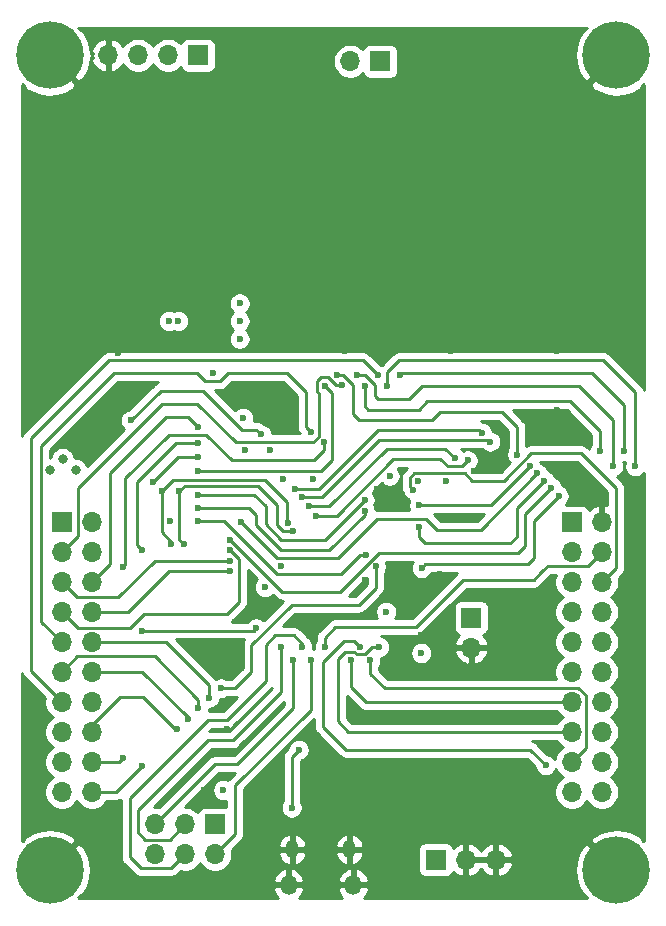
<source format=gbr>
%TF.GenerationSoftware,KiCad,Pcbnew,(5.1.9)-1*%
%TF.CreationDate,2021-05-07T19:23:29+02:00*%
%TF.ProjectId,STM32_Launchpad_v1r1,53544d33-325f-44c6-9175-6e6368706164,rev?*%
%TF.SameCoordinates,Original*%
%TF.FileFunction,Copper,L4,Bot*%
%TF.FilePolarity,Positive*%
%FSLAX46Y46*%
G04 Gerber Fmt 4.6, Leading zero omitted, Abs format (unit mm)*
G04 Created by KiCad (PCBNEW (5.1.9)-1) date 2021-05-07 19:23:29*
%MOMM*%
%LPD*%
G01*
G04 APERTURE LIST*
%TA.AperFunction,ComponentPad*%
%ADD10O,1.700000X1.700000*%
%TD*%
%TA.AperFunction,ComponentPad*%
%ADD11R,1.700000X1.700000*%
%TD*%
%TA.AperFunction,ComponentPad*%
%ADD12O,1.350000X1.700000*%
%TD*%
%TA.AperFunction,ComponentPad*%
%ADD13O,1.100000X1.500000*%
%TD*%
%TA.AperFunction,ComponentPad*%
%ADD14C,5.700000*%
%TD*%
%TA.AperFunction,ViaPad*%
%ADD15C,0.600000*%
%TD*%
%TA.AperFunction,ViaPad*%
%ADD16C,0.800000*%
%TD*%
%TA.AperFunction,Conductor*%
%ADD17C,0.250000*%
%TD*%
%TA.AperFunction,Conductor*%
%ADD18C,0.254000*%
%TD*%
%TA.AperFunction,Conductor*%
%ADD19C,0.100000*%
%TD*%
G04 APERTURE END LIST*
D10*
%TO.P,J5,20*%
%TO.N,/GPIO\u005CEI2*%
X110260000Y-120380000D03*
%TO.P,J5,19*%
%TO.N,/CANTX*%
X107720000Y-120380000D03*
%TO.P,J5,18*%
%TO.N,/CANRX*%
X110260000Y-117840000D03*
%TO.P,J5,17*%
%TO.N,/ENCA*%
X107720000Y-117840000D03*
%TO.P,J5,16*%
%TO.N,/~SPICS*%
X110260000Y-115300000D03*
%TO.P,J5,15*%
%TO.N,/ENCB*%
X107720000Y-115300000D03*
%TO.P,J5,14*%
%TO.N,/SPIMISO*%
X110260000Y-112760000D03*
%TO.P,J5,13*%
%TO.N,/ENCZ*%
X107720000Y-112760000D03*
%TO.P,J5,12*%
%TO.N,/SPIMOSI*%
X110260000Y-110220000D03*
%TO.P,J5,11*%
%TO.N,/PWMCL*%
X107720000Y-110220000D03*
%TO.P,J5,10*%
%TO.N,/~RESET*%
X110260000Y-107680000D03*
%TO.P,J5,9*%
%TO.N,/PWMCH*%
X107720000Y-107680000D03*
%TO.P,J5,8*%
%TO.N,/GPIO\u005CEI4*%
X110260000Y-105140000D03*
%TO.P,J5,7*%
%TO.N,/PWMBL*%
X107720000Y-105140000D03*
%TO.P,J5,6*%
%TO.N,/GPIO\u005CEI3*%
X110260000Y-102600000D03*
%TO.P,J5,5*%
%TO.N,/PWMBH*%
X107720000Y-102600000D03*
%TO.P,J5,4*%
%TO.N,/GPIO\u005CEI1*%
X110260000Y-100060000D03*
%TO.P,J5,3*%
%TO.N,/PWMAL*%
X107720000Y-100060000D03*
%TO.P,J5,2*%
%TO.N,GND*%
X110260000Y-97520000D03*
D11*
%TO.P,J5,1*%
%TO.N,/PWMAH*%
X107720000Y-97520000D03*
%TD*%
D10*
%TO.P,J8,2*%
%TO.N,/LEDR*%
X88960000Y-58500000D03*
D11*
%TO.P,J8,1*%
%TO.N,/LEDG*%
X91500000Y-58500000D03*
%TD*%
%TO.P,J7,1*%
%TO.N,+3V3*%
X77500000Y-123100000D03*
D10*
%TO.P,J7,2*%
%TO.N,/SPIE_MOSI*%
X77500000Y-125640000D03*
%TO.P,J7,4*%
%TO.N,/SPIE_MISO*%
X74960000Y-125640000D03*
%TO.P,J7,6*%
%TO.N,GND*%
X72420000Y-125640000D03*
%TO.P,J7,5*%
%TO.N,/SPIE_CLK*%
X72420000Y-123100000D03*
%TO.P,J7,3*%
%TO.N,/~SPIE_CS*%
X74960000Y-123100000D03*
%TD*%
%TO.P,J4,2*%
%TO.N,GND*%
X99200000Y-108140000D03*
D11*
%TO.P,J4,1*%
%TO.N,/VBAT*%
X99200000Y-105600000D03*
%TD*%
D10*
%TO.P,J6,3*%
%TO.N,GND*%
X101280000Y-126100000D03*
%TO.P,J6,2*%
X98740000Y-126100000D03*
D11*
%TO.P,J6,1*%
%TO.N,+3V3*%
X96200000Y-126100000D03*
%TD*%
D10*
%TO.P,J1,4*%
%TO.N,GND*%
X68460000Y-58000000D03*
%TO.P,J1,3*%
%TO.N,/SWDIO*%
X71000000Y-58000000D03*
%TO.P,J1,2*%
%TO.N,/SWCLK*%
X73540000Y-58000000D03*
D11*
%TO.P,J1,1*%
%TO.N,+3V3*%
X76080000Y-58000000D03*
%TD*%
D12*
%TO.P,J2,6*%
%TO.N,GND*%
X89205000Y-128230000D03*
X83745000Y-128230000D03*
D13*
X88895000Y-125230000D03*
X84055000Y-125230000D03*
%TD*%
D14*
%TO.P,H4,1*%
%TO.N,GND*%
X63500000Y-127000000D03*
%TD*%
%TO.P,H3,1*%
%TO.N,GND*%
X63500000Y-58000000D03*
%TD*%
%TO.P,H2,1*%
%TO.N,GND*%
X111500000Y-58000000D03*
%TD*%
%TO.P,H1,1*%
%TO.N,GND*%
X111500000Y-127000000D03*
%TD*%
D10*
%TO.P,J3,20*%
%TO.N,/PB14_AD4*%
X67080000Y-120380000D03*
%TO.P,J3,19*%
%TO.N,/SDA*%
X64540000Y-120380000D03*
%TO.P,J3,18*%
%TO.N,/PB12_AD4*%
X67080000Y-117840000D03*
%TO.P,J3,17*%
%TO.N,/SCL*%
X64540000Y-117840000D03*
%TO.P,J3,16*%
%TO.N,/PC1_AD2*%
X67080000Y-115300000D03*
%TO.P,J3,15*%
%TO.N,/GPIO\u005CEI6*%
X64540000Y-115300000D03*
%TO.P,J3,14*%
%TO.N,/PB1_AD3*%
X67080000Y-112760000D03*
%TO.P,J3,13*%
%TO.N,/SPISCK*%
X64540000Y-112760000D03*
%TO.P,J3,12*%
%TO.N,/PA0_AD1*%
X67080000Y-110220000D03*
%TO.P,J3,11*%
%TO.N,/PA1_AD1*%
X64540000Y-110220000D03*
%TO.P,J3,10*%
%TO.N,/PB0_AD3*%
X67080000Y-107680000D03*
%TO.P,J3,9*%
%TO.N,/GPIO\u005CEI5*%
X64540000Y-107680000D03*
%TO.P,J3,8*%
%TO.N,/PC0_AD2*%
X67080000Y-105140000D03*
%TO.P,J3,7*%
%TO.N,/UART_MCUTX*%
X64540000Y-105140000D03*
%TO.P,J3,6*%
%TO.N,/PB11_AD1*%
X67080000Y-102600000D03*
%TO.P,J3,5*%
%TO.N,/UART_MCURX*%
X64540000Y-102600000D03*
%TO.P,J3,4*%
%TO.N,GND*%
X67080000Y-100060000D03*
%TO.P,J3,3*%
%TO.N,/PC4_AD2*%
X64540000Y-100060000D03*
%TO.P,J3,2*%
%TO.N,+5V_EXT*%
X67080000Y-97520000D03*
D11*
%TO.P,J3,1*%
%TO.N,+3.3V_EXT*%
X64540000Y-97520000D03*
%TD*%
D15*
%TO.N,GND*%
X86308058Y-123708058D03*
X88500000Y-60400000D03*
X92100000Y-60400000D03*
X77300000Y-84900000D03*
X96300000Y-56500000D03*
X105700000Y-56500000D03*
X82200000Y-91400000D03*
X94300000Y-104100000D03*
X91200000Y-94700000D03*
X99400000Y-93200000D03*
X94700000Y-94000000D03*
X96600000Y-101900000D03*
X96600000Y-97000000D03*
X76600000Y-120200000D03*
X94974990Y-107100000D03*
X81000000Y-105200022D03*
X83900000Y-88000000D03*
X84700000Y-82400000D03*
X80500000Y-85900000D03*
X67200000Y-78300000D03*
X69200000Y-78500000D03*
X70800000Y-78600000D03*
X67200000Y-83600000D03*
X85800000Y-93899988D03*
X91000000Y-123400000D03*
X80021640Y-91400009D03*
X90251585Y-102431351D03*
X69300000Y-83174990D03*
X83100000Y-101225000D03*
X80390000Y-120170000D03*
X62500000Y-64000000D03*
X65500000Y-64000000D03*
X68500000Y-64000000D03*
X76500000Y-64000000D03*
X79500000Y-64000000D03*
X82500000Y-64000000D03*
X85500000Y-64000000D03*
X94500000Y-64000000D03*
X97500000Y-64000000D03*
X100500000Y-64000000D03*
X106500000Y-64000000D03*
X110500000Y-64000000D03*
X62500000Y-68000000D03*
X65500000Y-68000000D03*
X68500000Y-68000000D03*
X76500000Y-68000000D03*
X79500000Y-68000000D03*
X82500000Y-68000000D03*
X85500000Y-68000000D03*
X88500000Y-68000000D03*
X91500000Y-68000000D03*
X94500000Y-68000000D03*
X97500000Y-68000000D03*
X106500000Y-68000000D03*
X110500000Y-68000000D03*
X62500000Y-72000000D03*
X65500000Y-72000000D03*
X68500000Y-72000000D03*
X71500000Y-72000000D03*
X97500000Y-72000000D03*
X106500000Y-72000000D03*
X110500000Y-72000000D03*
X62500000Y-76000000D03*
X65500000Y-76000000D03*
X68500000Y-76000000D03*
X71500000Y-76000000D03*
X76500000Y-74000000D03*
X79500000Y-74000000D03*
X82500000Y-74000000D03*
X85500000Y-74000000D03*
X88500000Y-74000000D03*
X91500000Y-74000000D03*
X82500000Y-77000000D03*
X85500000Y-77000000D03*
X88500000Y-77000000D03*
X91500000Y-77000000D03*
X97500000Y-77000000D03*
X106500000Y-77000000D03*
X82500000Y-80000000D03*
X85500000Y-80000000D03*
X88500000Y-80000000D03*
X91500000Y-80000000D03*
X97500000Y-80000000D03*
X106500000Y-80000000D03*
X106500000Y-83000000D03*
X97500000Y-83000000D03*
X91500000Y-83000000D03*
X88500000Y-83000000D03*
X62500000Y-80000000D03*
X106500000Y-88000000D03*
X106500000Y-90000000D03*
X106500000Y-93000000D03*
X101500000Y-118000000D03*
X78500000Y-113000000D03*
X78500000Y-115000000D03*
X78500000Y-117000000D03*
X85500000Y-115000000D03*
X78500000Y-119000000D03*
X89500000Y-118000000D03*
X92500000Y-118000000D03*
X95500000Y-118000000D03*
X98500000Y-118000000D03*
X89500000Y-121000000D03*
X92500000Y-121000000D03*
X95500000Y-121000000D03*
X98500000Y-121000000D03*
X101500000Y-121000000D03*
X89500000Y-114000000D03*
X92500000Y-114000000D03*
X95500000Y-114000000D03*
X98500000Y-114000000D03*
X105500000Y-104000000D03*
X105500000Y-109000000D03*
X105500000Y-106500000D03*
X105500000Y-114000000D03*
X105500000Y-116500000D03*
X100000000Y-92000000D03*
X67000000Y-90000000D03*
X70500000Y-87000000D03*
X79500000Y-110000000D03*
D16*
%TO.N,+3V3*%
X65700000Y-93100000D03*
X64600000Y-92200000D03*
X63525000Y-93100000D03*
D15*
X78200000Y-120200000D03*
X94974990Y-108600000D03*
X83300000Y-93900000D03*
X79900000Y-88700000D03*
X73700000Y-97400000D03*
X91999994Y-105100000D03*
X81733049Y-103016947D03*
X97100000Y-94000000D03*
X73600000Y-80500000D03*
X92300000Y-93600000D03*
X74400000Y-80500000D03*
X79600000Y-79000000D03*
X79600000Y-80500000D03*
X79600000Y-82000000D03*
%TO.N,/PB11_AD1*%
X76100000Y-89499987D03*
%TO.N,/PC0_AD2*%
X91129436Y-101279464D03*
X78000000Y-111600000D03*
X78799992Y-101700000D03*
%TO.N,/PB0_AD3*%
X76074817Y-93200000D03*
X77000000Y-112400012D03*
X86800000Y-86000006D03*
%TO.N,/PA0_AD1*%
X76100000Y-96299988D03*
X75200000Y-114200000D03*
X90200000Y-96600030D03*
%TO.N,/PB1_AD3*%
X69700000Y-101300000D03*
X86771055Y-90712844D03*
%TO.N,/PC1_AD2*%
X90300000Y-100300006D03*
X74299980Y-115000000D03*
X76099999Y-97400000D03*
%TO.N,/PB12_AD4*%
X71299990Y-99900000D03*
X69700000Y-117500000D03*
X76100000Y-90800000D03*
%TO.N,/PB14_AD4*%
X72300000Y-94100000D03*
X71300000Y-118200000D03*
X76100006Y-92050011D03*
%TO.N,/SDA*%
X84100000Y-98300000D03*
X74500000Y-94900000D03*
X74900000Y-99400000D03*
%TO.N,/SCL*%
X73000000Y-94900000D03*
X83653114Y-97630785D03*
X73800000Y-99399992D03*
%TO.N,/PA1_AD1*%
X76100000Y-95200000D03*
X76100000Y-113300000D03*
X90170634Y-95633573D03*
%TO.N,/UART_MCUTX*%
X78800000Y-99900000D03*
%TO.N,/UART_MCURX*%
X78800022Y-100800000D03*
%TO.N,/~SPICS*%
X113100000Y-92800000D03*
X92100000Y-86000000D03*
%TO.N,/CANRX*%
X105500000Y-118100000D03*
X89800000Y-108100000D03*
%TO.N,/CANTX*%
X71300000Y-106700000D03*
X80999998Y-106500000D03*
%TO.N,/ENCA*%
X90664407Y-109235597D03*
%TO.N,/ENCB*%
X91400000Y-108100000D03*
%TO.N,/ENCZ*%
X88999978Y-109199996D03*
%TO.N,/PWMCL*%
X103100000Y-91800000D03*
X87804451Y-85095549D03*
%TO.N,/PWMCH*%
X104187845Y-92785414D03*
X94800014Y-96100000D03*
%TO.N,/PWMBL*%
X104799996Y-93400000D03*
X79700000Y-97499988D03*
%TO.N,/PWMBH*%
X105400000Y-94000000D03*
X94741949Y-97900000D03*
%TO.N,/PWMAL*%
X106600000Y-95300000D03*
X95000000Y-101400000D03*
%TO.N,/PWMAH*%
X106000000Y-94599998D03*
X78800006Y-99000000D03*
%TO.N,/SWCLK*%
X98900000Y-92300000D03*
X86100000Y-97000000D03*
%TO.N,/SWDIO*%
X97800000Y-92100000D03*
X85500000Y-96200000D03*
%TO.N,/SPIMOSI*%
X111200000Y-92800000D03*
X89500000Y-85100000D03*
%TO.N,/SPIMISO*%
X110100000Y-91500000D03*
X90200000Y-86000000D03*
%TO.N,/SPISCK*%
X91300000Y-85100000D03*
%TO.N,/GPIO\u005CEI4*%
X112100000Y-91500000D03*
X93200000Y-85100004D03*
%TO.N,/GPIO\u005CEI3*%
X94293476Y-94774968D03*
%TO.N,/PC4_AD2*%
X88275279Y-85954969D03*
%TO.N,/GPIO\u005CEI6*%
X81399996Y-90100000D03*
X70400000Y-88900000D03*
%TO.N,/GPIO\u005CEI5*%
X85649983Y-89900000D03*
%TO.N,/GPIO\u005CEI1*%
X86800000Y-108100000D03*
%TO.N,+5V_USB*%
X84000000Y-121700000D03*
X84600000Y-116800000D03*
%TO.N,/LEDG*%
X100800000Y-90700000D03*
X84899996Y-95400000D03*
%TO.N,/LEDR*%
X84299988Y-94700000D03*
X100100000Y-89974990D03*
%TO.N,/SPIE_CLK*%
X84100000Y-109199992D03*
%TO.N,/SPIE_MISO*%
X84899994Y-108100000D03*
%TO.N,/~SPIE_CS*%
X83100000Y-108099992D03*
%TO.N,/SPIE_MOSI*%
X85600000Y-109200000D03*
%TD*%
D17*
%TO.N,/PB11_AD1*%
X75200013Y-88600000D02*
X76100000Y-89499987D01*
X73400000Y-88600000D02*
X75200013Y-88600000D01*
X68600000Y-93400000D02*
X73400000Y-88600000D01*
X68600000Y-101080000D02*
X68600000Y-93400000D01*
X67080000Y-102600000D02*
X68600000Y-101080000D01*
%TO.N,/PC0_AD2*%
X70160000Y-105140000D02*
X73600000Y-101700000D01*
X73600000Y-101700000D02*
X78799992Y-101700000D01*
X67080000Y-105140000D02*
X70160000Y-105140000D01*
X79200000Y-111600000D02*
X78000000Y-111600000D01*
X80600000Y-110200000D02*
X79200000Y-111600000D01*
X80600000Y-107900000D02*
X80600000Y-110200000D01*
X84000000Y-104500000D02*
X80600000Y-107900000D01*
X89700000Y-104500000D02*
X84000000Y-104500000D01*
X91129436Y-103070564D02*
X89700000Y-104500000D01*
X91129436Y-101279464D02*
X91129436Y-103070564D01*
%TO.N,/PB0_AD3*%
X77000000Y-111300000D02*
X77000000Y-112400012D01*
X73380000Y-107680000D02*
X77000000Y-111300000D01*
X67080000Y-107680000D02*
X73380000Y-107680000D01*
X87399999Y-92300001D02*
X87399999Y-86600005D01*
X87399999Y-86600005D02*
X86800000Y-86000006D01*
X76074817Y-93200000D02*
X86499999Y-93200001D01*
X86499999Y-93200001D02*
X87399999Y-92300001D01*
%TO.N,/PA0_AD1*%
X75200000Y-114050000D02*
X75200000Y-114200000D01*
X71370000Y-110220000D02*
X75200000Y-114050000D01*
X67080000Y-110220000D02*
X71370000Y-110220000D01*
X83100000Y-99900000D02*
X87200000Y-99900000D01*
X80990916Y-97790916D02*
X83100000Y-99900000D01*
X80990916Y-96890916D02*
X80990916Y-97790916D01*
X87200000Y-99900000D02*
X90200000Y-96900000D01*
X80399988Y-96299988D02*
X80990916Y-96890916D01*
X90200000Y-96900000D02*
X90200000Y-96600030D01*
X76100000Y-96299988D02*
X80399988Y-96299988D01*
%TO.N,/PB1_AD3*%
X86771055Y-91428945D02*
X86771055Y-90712844D01*
X85900000Y-92300000D02*
X86771055Y-91428945D01*
X78950000Y-92300000D02*
X85900000Y-92300000D01*
X76774988Y-90124988D02*
X78950000Y-92300000D01*
X73575012Y-90124988D02*
X76774988Y-90124988D01*
X69900000Y-93800000D02*
X73575012Y-90124988D01*
X69900000Y-101100000D02*
X69900000Y-93800000D01*
X69700000Y-101300000D02*
X69900000Y-101100000D01*
%TO.N,/PC1_AD2*%
X89799994Y-100300006D02*
X90300000Y-100300006D01*
X88193290Y-101906710D02*
X89799994Y-100300006D01*
X82793290Y-101906710D02*
X88193290Y-101906710D01*
X78286580Y-97400000D02*
X82793290Y-101906710D01*
X76099999Y-97400000D02*
X78286580Y-97400000D01*
X74100000Y-115000000D02*
X74299980Y-115000000D01*
X71400000Y-112300000D02*
X74100000Y-115000000D01*
X69500000Y-112300000D02*
X71400000Y-112300000D01*
X67080000Y-114720000D02*
X69500000Y-112300000D01*
X67080000Y-115300000D02*
X67080000Y-114720000D01*
%TO.N,/PB12_AD4*%
X69360000Y-117840000D02*
X69700000Y-117500000D01*
X67080000Y-117840000D02*
X69360000Y-117840000D01*
X74200000Y-90800000D02*
X76100000Y-90800000D01*
X70900000Y-94100000D02*
X74200000Y-90800000D01*
X70900000Y-99500010D02*
X70900000Y-94100000D01*
X71299990Y-99900000D02*
X70900000Y-99500010D01*
%TO.N,/PB14_AD4*%
X67080000Y-120380000D02*
X69120000Y-120380000D01*
X71400000Y-118100000D02*
X71300000Y-118200000D01*
X69120000Y-120380000D02*
X71400000Y-118100000D01*
X74349989Y-92050011D02*
X76100006Y-92050011D01*
X72300000Y-94100000D02*
X74349989Y-92050011D01*
%TO.N,/SDA*%
X74500000Y-99000000D02*
X74900000Y-99400000D01*
X74500000Y-94900000D02*
X74500000Y-99000000D01*
X83300000Y-98300000D02*
X84100000Y-98300000D01*
X82800000Y-97800000D02*
X83300000Y-98300000D01*
X82800000Y-96100000D02*
X82800000Y-97800000D01*
X81163435Y-94463435D02*
X82800000Y-96100000D01*
X74936565Y-94463435D02*
X81163435Y-94463435D01*
X74500000Y-94900000D02*
X74936565Y-94463435D01*
%TO.N,/SCL*%
X83600000Y-97577671D02*
X83653114Y-97630785D01*
X81725002Y-93925002D02*
X83600000Y-95800000D01*
X83600000Y-95800000D02*
X83600000Y-97577671D01*
X73974998Y-93925002D02*
X81725002Y-93925002D01*
X73000000Y-94900000D02*
X73974998Y-93925002D01*
X73800000Y-99199992D02*
X73800000Y-99399992D01*
X73000000Y-98399992D02*
X73800000Y-99199992D01*
X73000000Y-95100000D02*
X73000000Y-98399992D01*
%TO.N,/PA1_AD1*%
X76100000Y-112600000D02*
X76100000Y-113300000D01*
X72400001Y-108900001D02*
X76100000Y-112600000D01*
X65859999Y-108900001D02*
X72400001Y-108900001D01*
X64540000Y-110220000D02*
X65859999Y-108900001D01*
X86804207Y-99000000D02*
X90170634Y-95633573D01*
X83100000Y-99000000D02*
X86804207Y-99000000D01*
X81800000Y-97700000D02*
X83100000Y-99000000D01*
X81800000Y-96200000D02*
X81800000Y-97700000D01*
X80800000Y-95200000D02*
X81800000Y-96200000D01*
X76100000Y-95200000D02*
X80800000Y-95200000D01*
%TO.N,/UART_MCUTX*%
X79525001Y-100625001D02*
X78800000Y-99900000D01*
X64540000Y-105140000D02*
X65904999Y-106504999D01*
X78525002Y-105300000D02*
X79525001Y-104300001D01*
X65904999Y-106504999D02*
X70295001Y-106504999D01*
X70295001Y-106504999D02*
X71500000Y-105300000D01*
X71500000Y-105300000D02*
X78525002Y-105300000D01*
X79525001Y-104300001D02*
X79525001Y-100625001D01*
%TO.N,/UART_MCURX*%
X65840000Y-103900000D02*
X69300000Y-103900000D01*
X72400000Y-100800000D02*
X78800022Y-100800000D01*
X69300000Y-103900000D02*
X72400000Y-100800000D01*
X64540000Y-102600000D02*
X65840000Y-103900000D01*
%TO.N,/~SPICS*%
X93100000Y-83800000D02*
X92100000Y-84800000D01*
X110400000Y-83800000D02*
X93100000Y-83800000D01*
X113100000Y-86500000D02*
X110400000Y-83800000D01*
X92100000Y-84800000D02*
X92100000Y-86000000D01*
X113100000Y-92800000D02*
X113100000Y-86500000D01*
%TO.N,/CANRX*%
X88400000Y-107600000D02*
X86649990Y-109350010D01*
X89800000Y-108100000D02*
X89300000Y-107600000D01*
X86649990Y-109350010D02*
X86649990Y-114849990D01*
X88600000Y-116800000D02*
X104200000Y-116800000D01*
X86649990Y-114849990D02*
X88600000Y-116800000D01*
X104200000Y-116800000D02*
X105500000Y-118100000D01*
X89300000Y-107600000D02*
X88400000Y-107600000D01*
%TO.N,/CANTX*%
X71300000Y-106700000D02*
X80799998Y-106700000D01*
X80799998Y-106700000D02*
X80999998Y-106500000D01*
%TO.N,/ENCA*%
X91884999Y-111584999D02*
X90664407Y-110364407D01*
X108284001Y-111584999D02*
X91884999Y-111584999D01*
X108895001Y-112195999D02*
X108284001Y-111584999D01*
X90664407Y-110364407D02*
X90664407Y-109235597D01*
X108895001Y-116664999D02*
X108895001Y-112195999D01*
X107720000Y-117840000D02*
X108895001Y-116664999D01*
%TO.N,/ENCB*%
X90803810Y-108100000D02*
X91400000Y-108100000D01*
X88800000Y-115300000D02*
X87900000Y-114400000D01*
X90178809Y-108725001D02*
X90803810Y-108100000D01*
X107720000Y-115300000D02*
X88800000Y-115300000D01*
X87900000Y-114400000D02*
X87900000Y-109100000D01*
X87900000Y-109100000D02*
X88474999Y-108525001D01*
X88474999Y-108525001D02*
X89299999Y-108525001D01*
X89299999Y-108525001D02*
X89499999Y-108725001D01*
X89499999Y-108725001D02*
X90178809Y-108725001D01*
%TO.N,/ENCZ*%
X88999978Y-111499978D02*
X88999978Y-109199996D01*
X90260000Y-112760000D02*
X88999978Y-111499978D01*
X107720000Y-112760000D02*
X90260000Y-112760000D01*
%TO.N,/PWMCL*%
X101800000Y-88200000D02*
X103100000Y-89500000D01*
X96600000Y-88200000D02*
X101800000Y-88200000D01*
X95900000Y-88900000D02*
X96600000Y-88200000D01*
X89700000Y-88900000D02*
X95900000Y-88900000D01*
X89172657Y-88372657D02*
X89700000Y-88900000D01*
X103100000Y-89500000D02*
X103100000Y-91800000D01*
X89172657Y-85927343D02*
X89172657Y-88372657D01*
X88340863Y-85095549D02*
X89172657Y-85927343D01*
X87804451Y-85095549D02*
X88340863Y-85095549D01*
%TO.N,/PWMCH*%
X104187845Y-92785414D02*
X100873259Y-96100000D01*
X100873259Y-96100000D02*
X94800014Y-96100000D01*
%TO.N,/PWMBL*%
X82750006Y-100600000D02*
X79700000Y-97549994D01*
X91249997Y-97250003D02*
X87900000Y-100600000D01*
X95350003Y-97250003D02*
X91249997Y-97250003D01*
X87900000Y-100600000D02*
X82750006Y-100600000D01*
X96300000Y-98200000D02*
X95350003Y-97250003D01*
X79700000Y-97549994D02*
X79700000Y-97499988D01*
X99999996Y-98200000D02*
X96300000Y-98200000D01*
X104799996Y-93400000D02*
X99999996Y-98200000D01*
%TO.N,/PWMBH*%
X103050000Y-96350000D02*
X105400000Y-94000000D01*
X103050000Y-98750000D02*
X103050000Y-96350000D01*
X102500000Y-99300000D02*
X103050000Y-98750000D01*
X95300000Y-99300000D02*
X102500000Y-99300000D01*
X94741949Y-98741949D02*
X95300000Y-99300000D01*
X94741949Y-97900000D02*
X94741949Y-98741949D01*
%TO.N,/PWMAL*%
X95299999Y-101100001D02*
X95000000Y-101400000D01*
X103999999Y-101100001D02*
X95299999Y-101100001D01*
X104500000Y-100600000D02*
X103999999Y-101100001D01*
X104500000Y-97400000D02*
X104500000Y-100600000D01*
X106600000Y-95300000D02*
X104500000Y-97400000D01*
%TO.N,/PWMAH*%
X103724999Y-96874999D02*
X106000000Y-94599998D01*
X103724999Y-99575001D02*
X103724999Y-96874999D01*
X103200000Y-100100000D02*
X103724999Y-99575001D01*
X91425002Y-100100000D02*
X103200000Y-100100000D01*
X88125002Y-103400000D02*
X91425002Y-100100000D01*
X83200006Y-103400000D02*
X88125002Y-103400000D01*
X78800006Y-99000000D02*
X83200006Y-103400000D01*
%TO.N,/SWCLK*%
X98400000Y-92800000D02*
X98900000Y-92300000D01*
X97200000Y-92800000D02*
X98400000Y-92800000D01*
X96600000Y-92200000D02*
X97200000Y-92800000D01*
X92600000Y-92200000D02*
X96600000Y-92200000D01*
X87800000Y-97000000D02*
X92600000Y-92200000D01*
X86100000Y-97000000D02*
X87800000Y-97000000D01*
%TO.N,/SWDIO*%
X87172821Y-96200000D02*
X85500000Y-96200000D01*
X92072821Y-91300000D02*
X87172821Y-96200000D01*
X97000000Y-91300000D02*
X92072821Y-91300000D01*
X97800000Y-92100000D02*
X97000000Y-91300000D01*
%TO.N,/SPIMOSI*%
X111200000Y-88900000D02*
X111200000Y-92800000D01*
X108300000Y-86000000D02*
X111200000Y-88900000D01*
X95000000Y-86000000D02*
X108300000Y-86000000D01*
X91300000Y-87100000D02*
X93900000Y-87100000D01*
X91062501Y-86862501D02*
X91300000Y-87100000D01*
X91062501Y-85937499D02*
X91062501Y-86862501D01*
X90225002Y-85100000D02*
X91062501Y-85937499D01*
X93900000Y-87100000D02*
X95000000Y-86000000D01*
X89500000Y-85100000D02*
X90225002Y-85100000D01*
%TO.N,/SPIMISO*%
X90200000Y-87700000D02*
X90200000Y-86000000D01*
X90500000Y-88000000D02*
X90200000Y-87700000D01*
X94800000Y-88000000D02*
X90500000Y-88000000D01*
X95500000Y-87300000D02*
X94800000Y-88000000D01*
X107600000Y-87300000D02*
X95500000Y-87300000D01*
X110100000Y-89800000D02*
X107600000Y-87300000D01*
X110100000Y-91500000D02*
X110100000Y-89800000D01*
%TO.N,/SPISCK*%
X90000000Y-83800000D02*
X91300000Y-85100000D01*
X61900000Y-90400000D02*
X68500000Y-83800000D01*
X61900000Y-110120000D02*
X61900000Y-90400000D01*
X64540000Y-112760000D02*
X61900000Y-110120000D01*
X68500000Y-83800000D02*
X90000000Y-83800000D01*
%TO.N,/GPIO\u005CEI4*%
X93400004Y-84900000D02*
X93200000Y-85100004D01*
X109400000Y-84900000D02*
X93400004Y-84900000D01*
X112100000Y-87600000D02*
X109400000Y-84900000D01*
X112100000Y-91500000D02*
X112100000Y-87600000D01*
%TO.N,/GPIO\u005CEI3*%
X93993477Y-93781521D02*
X93993477Y-94474969D01*
X99274998Y-94000000D02*
X98649997Y-93374999D01*
X102000000Y-94000000D02*
X99274998Y-94000000D01*
X93993477Y-94474969D02*
X94293476Y-94774968D01*
X104300000Y-91700000D02*
X102000000Y-94000000D01*
X108500000Y-91700000D02*
X104300000Y-91700000D01*
X111435001Y-94635001D02*
X108500000Y-91700000D01*
X94399999Y-93374999D02*
X93993477Y-93781521D01*
X111435001Y-101424999D02*
X111435001Y-94635001D01*
X98649997Y-93374999D02*
X94399999Y-93374999D01*
X110260000Y-102600000D02*
X111435001Y-101424999D01*
%TO.N,/PC4_AD2*%
X87779973Y-85954969D02*
X88275279Y-85954969D01*
X64540000Y-100060000D02*
X65900000Y-98700000D01*
X65900000Y-98700000D02*
X65900000Y-94600000D01*
X87100002Y-85274998D02*
X87779973Y-85954969D01*
X65900000Y-94600000D02*
X73000000Y-87500000D01*
X73000000Y-87500000D02*
X76000000Y-87500000D01*
X86274993Y-86599997D02*
X86174998Y-86500002D01*
X76000000Y-87500000D02*
X79274999Y-90774999D01*
X79274999Y-90774999D02*
X85825001Y-90774999D01*
X85825001Y-90774999D02*
X86274993Y-90325007D01*
X86174998Y-86500002D02*
X86174998Y-85599998D01*
X86274993Y-90325007D02*
X86274993Y-86599997D01*
X86174998Y-85599998D02*
X86499998Y-85274998D01*
X86499998Y-85274998D02*
X87100002Y-85274998D01*
%TO.N,/GPIO\u005CEI6*%
X81399996Y-90100000D02*
X80999996Y-89700000D01*
X80999996Y-89700000D02*
X79800000Y-89700000D01*
X79800000Y-89700000D02*
X76500000Y-86400000D01*
X76500000Y-86400000D02*
X72900000Y-86400000D01*
X72900000Y-86400000D02*
X70400000Y-88900000D01*
%TO.N,/GPIO\u005CEI5*%
X85200000Y-86500000D02*
X85200000Y-89450017D01*
X83600000Y-84900000D02*
X85200000Y-86500000D01*
X78600000Y-84900000D02*
X83600000Y-84900000D01*
X85200000Y-89450017D02*
X85649983Y-89900000D01*
X77900000Y-85600000D02*
X78600000Y-84900000D01*
X76000000Y-84900000D02*
X76700000Y-85600000D01*
X69000000Y-84900000D02*
X76000000Y-84900000D01*
X62800000Y-105940000D02*
X62800000Y-91100000D01*
X76700000Y-85600000D02*
X77900000Y-85600000D01*
X62800000Y-91100000D02*
X69000000Y-84900000D01*
X64540000Y-107680000D02*
X62800000Y-105940000D01*
%TO.N,/GPIO\u005CEI1*%
X109084999Y-101235001D02*
X110260000Y-100060000D01*
X105664999Y-101235001D02*
X105050000Y-101850000D01*
X107935001Y-101235001D02*
X105664999Y-101235001D01*
X105050000Y-101850000D02*
X105300000Y-101600000D01*
X107935001Y-101235001D02*
X109084999Y-101235001D01*
X86800000Y-107300000D02*
X86800000Y-108100000D01*
X87686730Y-106413270D02*
X86800000Y-107300000D01*
X94486730Y-106413270D02*
X87686730Y-106413270D01*
X98500000Y-102400000D02*
X94486730Y-106413270D01*
X104500000Y-102400000D02*
X98500000Y-102400000D01*
X105050000Y-101850000D02*
X104500000Y-102400000D01*
%TO.N,+5V_USB*%
X84000000Y-117400000D02*
X84600000Y-116800000D01*
X84000000Y-121700000D02*
X84000000Y-117400000D01*
%TO.N,/LEDG*%
X91400000Y-90600000D02*
X86600000Y-95400000D01*
X86600000Y-95400000D02*
X84899996Y-95400000D01*
X100800000Y-90700000D02*
X100700000Y-90600000D01*
X100700000Y-90600000D02*
X91400000Y-90600000D01*
%TO.N,/LEDR*%
X99825010Y-89700000D02*
X100100000Y-89974990D01*
X91300000Y-89700000D02*
X99825010Y-89700000D01*
X86300000Y-94700000D02*
X91300000Y-89700000D01*
X84299988Y-94700000D02*
X86300000Y-94700000D01*
%TO.N,/SPIE_CLK*%
X84100000Y-113300000D02*
X84100000Y-109199992D01*
X79400000Y-118000000D02*
X84100000Y-113300000D01*
X77520000Y-118000000D02*
X79400000Y-118000000D01*
X72420000Y-123100000D02*
X77520000Y-118000000D01*
%TO.N,/SPIE_MISO*%
X84899994Y-107799994D02*
X84899994Y-108100000D01*
X84200000Y-107100000D02*
X84899994Y-107799994D01*
X82600000Y-107100000D02*
X84200000Y-107100000D01*
X81800000Y-111000000D02*
X81800000Y-107900000D01*
X78500000Y-114300000D02*
X81800000Y-111000000D01*
X76900000Y-114300000D02*
X78500000Y-114300000D01*
X70300000Y-120900000D02*
X76900000Y-114300000D01*
X81800000Y-107900000D02*
X82600000Y-107100000D01*
X70300000Y-125900000D02*
X70300000Y-120900000D01*
X71215001Y-126815001D02*
X70300000Y-125900000D01*
X73784999Y-126815001D02*
X71215001Y-126815001D01*
X74960000Y-125640000D02*
X73784999Y-126815001D01*
%TO.N,/~SPIE_CS*%
X83100000Y-111900000D02*
X83100000Y-108099992D01*
X79000000Y-116000000D02*
X83100000Y-111900000D01*
X76900000Y-116000000D02*
X79000000Y-116000000D01*
X71000000Y-121900000D02*
X76900000Y-116000000D01*
X71000000Y-123800000D02*
X71000000Y-121900000D01*
X71600000Y-124400000D02*
X71000000Y-123800000D01*
X73660000Y-124400000D02*
X71600000Y-124400000D01*
X74960000Y-123100000D02*
X73660000Y-124400000D01*
%TO.N,/SPIE_MOSI*%
X85600000Y-113400000D02*
X85600000Y-109200000D01*
X79200000Y-119800000D02*
X85600000Y-113400000D01*
X79200000Y-123940000D02*
X79200000Y-119800000D01*
X77500000Y-125640000D02*
X79200000Y-123940000D01*
%TD*%
D18*
%TO.N,GND*%
X112200932Y-92527271D02*
X112165000Y-92707911D01*
X112165000Y-92892089D01*
X112200932Y-93072729D01*
X112271414Y-93242889D01*
X112373738Y-93396028D01*
X112503972Y-93526262D01*
X112657111Y-93628586D01*
X112827271Y-93699068D01*
X113007911Y-93735000D01*
X113192089Y-93735000D01*
X113372729Y-93699068D01*
X113542889Y-93628586D01*
X113696028Y-93526262D01*
X113826262Y-93396028D01*
X113840000Y-93375467D01*
X113840000Y-124480392D01*
X113772427Y-124547965D01*
X113454243Y-124094150D01*
X112849790Y-123768731D01*
X112193465Y-123567488D01*
X111510490Y-123498155D01*
X110827112Y-123563395D01*
X110169593Y-123760702D01*
X109563201Y-124082494D01*
X109545757Y-124094150D01*
X109227572Y-124547967D01*
X111500000Y-126820395D01*
X111514143Y-126806253D01*
X111693748Y-126985858D01*
X111679605Y-127000000D01*
X111693748Y-127014143D01*
X111514143Y-127193748D01*
X111500000Y-127179605D01*
X111485858Y-127193748D01*
X111306253Y-127014143D01*
X111320395Y-127000000D01*
X109047967Y-124727572D01*
X108594150Y-125045757D01*
X108268731Y-125650210D01*
X108067488Y-126306535D01*
X107998155Y-126989510D01*
X108063395Y-127672888D01*
X108260702Y-128330407D01*
X108582494Y-128936799D01*
X108594150Y-128954243D01*
X109047965Y-129272427D01*
X108980392Y-129340000D01*
X90118177Y-129340000D01*
X90201250Y-129260559D01*
X90349019Y-129049761D01*
X90452824Y-128814185D01*
X90508675Y-128562884D01*
X90358573Y-128357000D01*
X89332000Y-128357000D01*
X89332000Y-128377000D01*
X89078000Y-128377000D01*
X89078000Y-128357000D01*
X88051427Y-128357000D01*
X87901325Y-128562884D01*
X87957176Y-128814185D01*
X88060981Y-129049761D01*
X88208750Y-129260559D01*
X88291823Y-129340000D01*
X84658177Y-129340000D01*
X84741250Y-129260559D01*
X84889019Y-129049761D01*
X84992824Y-128814185D01*
X85048675Y-128562884D01*
X84898573Y-128357000D01*
X83872000Y-128357000D01*
X83872000Y-128377000D01*
X83618000Y-128377000D01*
X83618000Y-128357000D01*
X82591427Y-128357000D01*
X82441325Y-128562884D01*
X82497176Y-128814185D01*
X82600981Y-129049761D01*
X82748750Y-129260559D01*
X82831823Y-129340000D01*
X66019608Y-129340000D01*
X65952035Y-129272427D01*
X66405850Y-128954243D01*
X66731269Y-128349790D01*
X66870068Y-127897116D01*
X82441325Y-127897116D01*
X82591427Y-128103000D01*
X83618000Y-128103000D01*
X83618000Y-126910776D01*
X83872000Y-126910776D01*
X83872000Y-128103000D01*
X84898573Y-128103000D01*
X85048675Y-127897116D01*
X87901325Y-127897116D01*
X88051427Y-128103000D01*
X89078000Y-128103000D01*
X89078000Y-126910776D01*
X89332000Y-126910776D01*
X89332000Y-128103000D01*
X90358573Y-128103000D01*
X90508675Y-127897116D01*
X90452824Y-127645815D01*
X90349019Y-127410239D01*
X90201250Y-127199441D01*
X90015196Y-127021522D01*
X89798007Y-126883319D01*
X89558029Y-126790143D01*
X89534400Y-126787090D01*
X89332000Y-126910776D01*
X89078000Y-126910776D01*
X88875600Y-126787090D01*
X88851971Y-126790143D01*
X88611993Y-126883319D01*
X88394804Y-127021522D01*
X88208750Y-127199441D01*
X88060981Y-127410239D01*
X87957176Y-127645815D01*
X87901325Y-127897116D01*
X85048675Y-127897116D01*
X84992824Y-127645815D01*
X84889019Y-127410239D01*
X84741250Y-127199441D01*
X84555196Y-127021522D01*
X84338007Y-126883319D01*
X84098029Y-126790143D01*
X84074400Y-126787090D01*
X83872000Y-126910776D01*
X83618000Y-126910776D01*
X83415600Y-126787090D01*
X83391971Y-126790143D01*
X83151993Y-126883319D01*
X82934804Y-127021522D01*
X82748750Y-127199441D01*
X82600981Y-127410239D01*
X82497176Y-127645815D01*
X82441325Y-127897116D01*
X66870068Y-127897116D01*
X66932512Y-127693465D01*
X67001845Y-127010490D01*
X66936605Y-126327112D01*
X66739298Y-125669593D01*
X66417506Y-125063201D01*
X66405850Y-125045757D01*
X65952033Y-124727572D01*
X63679605Y-127000000D01*
X63693748Y-127014143D01*
X63514143Y-127193748D01*
X63500000Y-127179605D01*
X63485858Y-127193748D01*
X63306253Y-127014143D01*
X63320395Y-127000000D01*
X63306253Y-126985858D01*
X63485858Y-126806253D01*
X63500000Y-126820395D01*
X65772428Y-124547967D01*
X65454243Y-124094150D01*
X64849790Y-123768731D01*
X64193465Y-123567488D01*
X63510490Y-123498155D01*
X62827112Y-123563395D01*
X62169593Y-123760702D01*
X61563201Y-124082494D01*
X61545757Y-124094150D01*
X61227573Y-124547965D01*
X61160000Y-124480392D01*
X61160000Y-110298664D01*
X61191267Y-110401739D01*
X61194454Y-110412246D01*
X61265026Y-110544276D01*
X61290835Y-110575724D01*
X61359999Y-110660001D01*
X61389003Y-110683804D01*
X63098790Y-112393592D01*
X63055000Y-112613740D01*
X63055000Y-112906260D01*
X63112068Y-113193158D01*
X63224010Y-113463411D01*
X63386525Y-113706632D01*
X63593368Y-113913475D01*
X63767760Y-114030000D01*
X63593368Y-114146525D01*
X63386525Y-114353368D01*
X63224010Y-114596589D01*
X63112068Y-114866842D01*
X63055000Y-115153740D01*
X63055000Y-115446260D01*
X63112068Y-115733158D01*
X63224010Y-116003411D01*
X63386525Y-116246632D01*
X63593368Y-116453475D01*
X63767760Y-116570000D01*
X63593368Y-116686525D01*
X63386525Y-116893368D01*
X63224010Y-117136589D01*
X63112068Y-117406842D01*
X63055000Y-117693740D01*
X63055000Y-117986260D01*
X63112068Y-118273158D01*
X63224010Y-118543411D01*
X63386525Y-118786632D01*
X63593368Y-118993475D01*
X63767760Y-119110000D01*
X63593368Y-119226525D01*
X63386525Y-119433368D01*
X63224010Y-119676589D01*
X63112068Y-119946842D01*
X63055000Y-120233740D01*
X63055000Y-120526260D01*
X63112068Y-120813158D01*
X63224010Y-121083411D01*
X63386525Y-121326632D01*
X63593368Y-121533475D01*
X63836589Y-121695990D01*
X64106842Y-121807932D01*
X64393740Y-121865000D01*
X64686260Y-121865000D01*
X64973158Y-121807932D01*
X65243411Y-121695990D01*
X65486632Y-121533475D01*
X65693475Y-121326632D01*
X65810000Y-121152240D01*
X65926525Y-121326632D01*
X66133368Y-121533475D01*
X66376589Y-121695990D01*
X66646842Y-121807932D01*
X66933740Y-121865000D01*
X67226260Y-121865000D01*
X67513158Y-121807932D01*
X67783411Y-121695990D01*
X68026632Y-121533475D01*
X68233475Y-121326632D01*
X68358178Y-121140000D01*
X69082678Y-121140000D01*
X69120000Y-121143676D01*
X69157322Y-121140000D01*
X69157333Y-121140000D01*
X69268986Y-121129003D01*
X69412247Y-121085546D01*
X69540001Y-121017259D01*
X69540000Y-125862677D01*
X69536324Y-125900000D01*
X69540000Y-125937322D01*
X69540000Y-125937332D01*
X69550997Y-126048985D01*
X69591777Y-126183422D01*
X69594454Y-126192246D01*
X69665026Y-126324276D01*
X69680730Y-126343411D01*
X69759999Y-126440001D01*
X69789002Y-126463803D01*
X70651202Y-127326004D01*
X70675000Y-127355002D01*
X70790725Y-127449975D01*
X70922754Y-127520547D01*
X71066015Y-127564004D01*
X71177668Y-127575001D01*
X71177678Y-127575001D01*
X71215001Y-127578677D01*
X71252324Y-127575001D01*
X73747677Y-127575001D01*
X73784999Y-127578677D01*
X73822321Y-127575001D01*
X73822332Y-127575001D01*
X73933985Y-127564004D01*
X74077246Y-127520547D01*
X74209275Y-127449975D01*
X74325000Y-127355002D01*
X74348803Y-127325998D01*
X74593592Y-127081209D01*
X74813740Y-127125000D01*
X75106260Y-127125000D01*
X75393158Y-127067932D01*
X75663411Y-126955990D01*
X75906632Y-126793475D01*
X76113475Y-126586632D01*
X76230000Y-126412240D01*
X76346525Y-126586632D01*
X76553368Y-126793475D01*
X76796589Y-126955990D01*
X77066842Y-127067932D01*
X77353740Y-127125000D01*
X77646260Y-127125000D01*
X77933158Y-127067932D01*
X78203411Y-126955990D01*
X78446632Y-126793475D01*
X78653475Y-126586632D01*
X78815990Y-126343411D01*
X78927932Y-126073158D01*
X78985000Y-125786260D01*
X78985000Y-125543884D01*
X82869316Y-125543884D01*
X82914316Y-125773011D01*
X83003152Y-125988957D01*
X83132410Y-126183422D01*
X83297123Y-126348934D01*
X83490961Y-126479131D01*
X83706474Y-126569011D01*
X83745256Y-126573803D01*
X83928000Y-126448361D01*
X83928000Y-125357000D01*
X84182000Y-125357000D01*
X84182000Y-126448361D01*
X84364744Y-126573803D01*
X84403526Y-126569011D01*
X84619039Y-126479131D01*
X84812877Y-126348934D01*
X84977590Y-126183422D01*
X85106848Y-125988957D01*
X85195684Y-125773011D01*
X85240684Y-125543884D01*
X87709316Y-125543884D01*
X87754316Y-125773011D01*
X87843152Y-125988957D01*
X87972410Y-126183422D01*
X88137123Y-126348934D01*
X88330961Y-126479131D01*
X88546474Y-126569011D01*
X88585256Y-126573803D01*
X88768000Y-126448361D01*
X88768000Y-125357000D01*
X89022000Y-125357000D01*
X89022000Y-126448361D01*
X89204744Y-126573803D01*
X89243526Y-126569011D01*
X89459039Y-126479131D01*
X89652877Y-126348934D01*
X89817590Y-126183422D01*
X89946848Y-125988957D01*
X90035684Y-125773011D01*
X90080684Y-125543884D01*
X89925152Y-125357000D01*
X89022000Y-125357000D01*
X88768000Y-125357000D01*
X87864848Y-125357000D01*
X87709316Y-125543884D01*
X85240684Y-125543884D01*
X85085152Y-125357000D01*
X84182000Y-125357000D01*
X83928000Y-125357000D01*
X83024848Y-125357000D01*
X82869316Y-125543884D01*
X78985000Y-125543884D01*
X78985000Y-125493740D01*
X78941210Y-125273592D01*
X78964802Y-125250000D01*
X94711928Y-125250000D01*
X94711928Y-126950000D01*
X94724188Y-127074482D01*
X94760498Y-127194180D01*
X94819463Y-127304494D01*
X94898815Y-127401185D01*
X94995506Y-127480537D01*
X95105820Y-127539502D01*
X95225518Y-127575812D01*
X95350000Y-127588072D01*
X97050000Y-127588072D01*
X97174482Y-127575812D01*
X97294180Y-127539502D01*
X97404494Y-127480537D01*
X97501185Y-127401185D01*
X97580537Y-127304494D01*
X97639502Y-127194180D01*
X97663966Y-127113534D01*
X97739731Y-127197588D01*
X97973080Y-127371641D01*
X98235901Y-127496825D01*
X98383110Y-127541476D01*
X98613000Y-127420155D01*
X98613000Y-126227000D01*
X98867000Y-126227000D01*
X98867000Y-127420155D01*
X99096890Y-127541476D01*
X99244099Y-127496825D01*
X99506920Y-127371641D01*
X99740269Y-127197588D01*
X99935178Y-126981355D01*
X100010000Y-126855745D01*
X100084822Y-126981355D01*
X100279731Y-127197588D01*
X100513080Y-127371641D01*
X100775901Y-127496825D01*
X100923110Y-127541476D01*
X101153000Y-127420155D01*
X101153000Y-126227000D01*
X101407000Y-126227000D01*
X101407000Y-127420155D01*
X101636890Y-127541476D01*
X101784099Y-127496825D01*
X102046920Y-127371641D01*
X102280269Y-127197588D01*
X102475178Y-126981355D01*
X102624157Y-126731252D01*
X102721481Y-126456891D01*
X102600814Y-126227000D01*
X101407000Y-126227000D01*
X101153000Y-126227000D01*
X98867000Y-126227000D01*
X98613000Y-126227000D01*
X98593000Y-126227000D01*
X98593000Y-125973000D01*
X98613000Y-125973000D01*
X98613000Y-124779845D01*
X98867000Y-124779845D01*
X98867000Y-125973000D01*
X101153000Y-125973000D01*
X101153000Y-124779845D01*
X101407000Y-124779845D01*
X101407000Y-125973000D01*
X102600814Y-125973000D01*
X102721481Y-125743109D01*
X102624157Y-125468748D01*
X102475178Y-125218645D01*
X102280269Y-125002412D01*
X102046920Y-124828359D01*
X101784099Y-124703175D01*
X101636890Y-124658524D01*
X101407000Y-124779845D01*
X101153000Y-124779845D01*
X100923110Y-124658524D01*
X100775901Y-124703175D01*
X100513080Y-124828359D01*
X100279731Y-125002412D01*
X100084822Y-125218645D01*
X100010000Y-125344255D01*
X99935178Y-125218645D01*
X99740269Y-125002412D01*
X99506920Y-124828359D01*
X99244099Y-124703175D01*
X99096890Y-124658524D01*
X98867000Y-124779845D01*
X98613000Y-124779845D01*
X98383110Y-124658524D01*
X98235901Y-124703175D01*
X97973080Y-124828359D01*
X97739731Y-125002412D01*
X97663966Y-125086466D01*
X97639502Y-125005820D01*
X97580537Y-124895506D01*
X97501185Y-124798815D01*
X97404494Y-124719463D01*
X97294180Y-124660498D01*
X97174482Y-124624188D01*
X97050000Y-124611928D01*
X95350000Y-124611928D01*
X95225518Y-124624188D01*
X95105820Y-124660498D01*
X94995506Y-124719463D01*
X94898815Y-124798815D01*
X94819463Y-124895506D01*
X94760498Y-125005820D01*
X94724188Y-125125518D01*
X94711928Y-125250000D01*
X78964802Y-125250000D01*
X79298686Y-124916116D01*
X82869316Y-124916116D01*
X83024848Y-125103000D01*
X83928000Y-125103000D01*
X83928000Y-124011639D01*
X84182000Y-124011639D01*
X84182000Y-125103000D01*
X85085152Y-125103000D01*
X85240684Y-124916116D01*
X87709316Y-124916116D01*
X87864848Y-125103000D01*
X88768000Y-125103000D01*
X88768000Y-124011639D01*
X89022000Y-124011639D01*
X89022000Y-125103000D01*
X89925152Y-125103000D01*
X90080684Y-124916116D01*
X90035684Y-124686989D01*
X89946848Y-124471043D01*
X89817590Y-124276578D01*
X89652877Y-124111066D01*
X89459039Y-123980869D01*
X89243526Y-123890989D01*
X89204744Y-123886197D01*
X89022000Y-124011639D01*
X88768000Y-124011639D01*
X88585256Y-123886197D01*
X88546474Y-123890989D01*
X88330961Y-123980869D01*
X88137123Y-124111066D01*
X87972410Y-124276578D01*
X87843152Y-124471043D01*
X87754316Y-124686989D01*
X87709316Y-124916116D01*
X85240684Y-124916116D01*
X85195684Y-124686989D01*
X85106848Y-124471043D01*
X84977590Y-124276578D01*
X84812877Y-124111066D01*
X84619039Y-123980869D01*
X84403526Y-123890989D01*
X84364744Y-123886197D01*
X84182000Y-124011639D01*
X83928000Y-124011639D01*
X83745256Y-123886197D01*
X83706474Y-123890989D01*
X83490961Y-123980869D01*
X83297123Y-124111066D01*
X83132410Y-124276578D01*
X83003152Y-124471043D01*
X82914316Y-124686989D01*
X82869316Y-124916116D01*
X79298686Y-124916116D01*
X79711004Y-124503798D01*
X79740001Y-124480001D01*
X79776954Y-124434974D01*
X79834974Y-124364277D01*
X79905546Y-124232247D01*
X79911667Y-124212068D01*
X79949003Y-124088986D01*
X79960000Y-123977333D01*
X79960000Y-123977324D01*
X79963676Y-123940001D01*
X79960000Y-123902678D01*
X79960000Y-121607911D01*
X83065000Y-121607911D01*
X83065000Y-121792089D01*
X83100932Y-121972729D01*
X83171414Y-122142889D01*
X83273738Y-122296028D01*
X83403972Y-122426262D01*
X83557111Y-122528586D01*
X83727271Y-122599068D01*
X83907911Y-122635000D01*
X84092089Y-122635000D01*
X84272729Y-122599068D01*
X84442889Y-122528586D01*
X84596028Y-122426262D01*
X84726262Y-122296028D01*
X84828586Y-122142889D01*
X84899068Y-121972729D01*
X84935000Y-121792089D01*
X84935000Y-121607911D01*
X84899068Y-121427271D01*
X84828586Y-121257111D01*
X84760000Y-121154465D01*
X84760000Y-117721491D01*
X84872729Y-117699068D01*
X85042889Y-117628586D01*
X85196028Y-117526262D01*
X85326262Y-117396028D01*
X85428586Y-117242889D01*
X85499068Y-117072729D01*
X85535000Y-116892089D01*
X85535000Y-116707911D01*
X85499068Y-116527271D01*
X85428586Y-116357111D01*
X85326262Y-116203972D01*
X85196028Y-116073738D01*
X85042889Y-115971414D01*
X84872729Y-115900932D01*
X84692089Y-115865000D01*
X84507911Y-115865000D01*
X84327271Y-115900932D01*
X84157111Y-115971414D01*
X84003972Y-116073738D01*
X83873738Y-116203972D01*
X83771414Y-116357111D01*
X83700932Y-116527271D01*
X83676847Y-116648351D01*
X83488998Y-116836201D01*
X83460000Y-116859999D01*
X83436202Y-116888997D01*
X83436201Y-116888998D01*
X83365026Y-116975724D01*
X83294454Y-117107754D01*
X83273752Y-117176002D01*
X83250998Y-117251014D01*
X83245090Y-117311002D01*
X83236324Y-117400000D01*
X83240001Y-117437332D01*
X83240000Y-121154464D01*
X83171414Y-121257111D01*
X83100932Y-121427271D01*
X83065000Y-121607911D01*
X79960000Y-121607911D01*
X79960000Y-120114801D01*
X85889991Y-114184811D01*
X85889991Y-114812658D01*
X85886314Y-114849990D01*
X85889991Y-114887323D01*
X85900988Y-114998976D01*
X85909970Y-115028586D01*
X85944444Y-115142236D01*
X86015016Y-115274266D01*
X86081252Y-115354974D01*
X86109990Y-115389991D01*
X86138988Y-115413789D01*
X88036200Y-117311002D01*
X88059999Y-117340001D01*
X88088997Y-117363799D01*
X88175724Y-117434974D01*
X88307753Y-117505546D01*
X88451014Y-117549003D01*
X88600000Y-117563677D01*
X88637333Y-117560000D01*
X103885199Y-117560000D01*
X104576847Y-118251649D01*
X104600932Y-118372729D01*
X104671414Y-118542889D01*
X104773738Y-118696028D01*
X104903972Y-118826262D01*
X105057111Y-118928586D01*
X105227271Y-118999068D01*
X105407911Y-119035000D01*
X105592089Y-119035000D01*
X105772729Y-118999068D01*
X105942889Y-118928586D01*
X106096028Y-118826262D01*
X106226262Y-118696028D01*
X106328586Y-118542889D01*
X106366190Y-118452105D01*
X106404010Y-118543411D01*
X106566525Y-118786632D01*
X106773368Y-118993475D01*
X106947760Y-119110000D01*
X106773368Y-119226525D01*
X106566525Y-119433368D01*
X106404010Y-119676589D01*
X106292068Y-119946842D01*
X106235000Y-120233740D01*
X106235000Y-120526260D01*
X106292068Y-120813158D01*
X106404010Y-121083411D01*
X106566525Y-121326632D01*
X106773368Y-121533475D01*
X107016589Y-121695990D01*
X107286842Y-121807932D01*
X107573740Y-121865000D01*
X107866260Y-121865000D01*
X108153158Y-121807932D01*
X108423411Y-121695990D01*
X108666632Y-121533475D01*
X108873475Y-121326632D01*
X108990000Y-121152240D01*
X109106525Y-121326632D01*
X109313368Y-121533475D01*
X109556589Y-121695990D01*
X109826842Y-121807932D01*
X110113740Y-121865000D01*
X110406260Y-121865000D01*
X110693158Y-121807932D01*
X110963411Y-121695990D01*
X111206632Y-121533475D01*
X111413475Y-121326632D01*
X111575990Y-121083411D01*
X111687932Y-120813158D01*
X111745000Y-120526260D01*
X111745000Y-120233740D01*
X111687932Y-119946842D01*
X111575990Y-119676589D01*
X111413475Y-119433368D01*
X111206632Y-119226525D01*
X111032240Y-119110000D01*
X111206632Y-118993475D01*
X111413475Y-118786632D01*
X111575990Y-118543411D01*
X111687932Y-118273158D01*
X111745000Y-117986260D01*
X111745000Y-117693740D01*
X111687932Y-117406842D01*
X111575990Y-117136589D01*
X111413475Y-116893368D01*
X111206632Y-116686525D01*
X111032240Y-116570000D01*
X111206632Y-116453475D01*
X111413475Y-116246632D01*
X111575990Y-116003411D01*
X111687932Y-115733158D01*
X111745000Y-115446260D01*
X111745000Y-115153740D01*
X111687932Y-114866842D01*
X111575990Y-114596589D01*
X111413475Y-114353368D01*
X111206632Y-114146525D01*
X111032240Y-114030000D01*
X111206632Y-113913475D01*
X111413475Y-113706632D01*
X111575990Y-113463411D01*
X111687932Y-113193158D01*
X111745000Y-112906260D01*
X111745000Y-112613740D01*
X111687932Y-112326842D01*
X111575990Y-112056589D01*
X111413475Y-111813368D01*
X111206632Y-111606525D01*
X111032240Y-111490000D01*
X111206632Y-111373475D01*
X111413475Y-111166632D01*
X111575990Y-110923411D01*
X111687932Y-110653158D01*
X111745000Y-110366260D01*
X111745000Y-110073740D01*
X111687932Y-109786842D01*
X111575990Y-109516589D01*
X111413475Y-109273368D01*
X111206632Y-109066525D01*
X111032240Y-108950000D01*
X111206632Y-108833475D01*
X111413475Y-108626632D01*
X111575990Y-108383411D01*
X111687932Y-108113158D01*
X111745000Y-107826260D01*
X111745000Y-107533740D01*
X111687932Y-107246842D01*
X111575990Y-106976589D01*
X111413475Y-106733368D01*
X111206632Y-106526525D01*
X111032240Y-106410000D01*
X111206632Y-106293475D01*
X111413475Y-106086632D01*
X111575990Y-105843411D01*
X111687932Y-105573158D01*
X111745000Y-105286260D01*
X111745000Y-104993740D01*
X111687932Y-104706842D01*
X111575990Y-104436589D01*
X111413475Y-104193368D01*
X111206632Y-103986525D01*
X111032240Y-103870000D01*
X111206632Y-103753475D01*
X111413475Y-103546632D01*
X111575990Y-103303411D01*
X111687932Y-103033158D01*
X111745000Y-102746260D01*
X111745000Y-102453740D01*
X111701210Y-102233592D01*
X111946005Y-101988797D01*
X111975002Y-101965000D01*
X112069975Y-101849275D01*
X112140547Y-101717246D01*
X112184004Y-101573985D01*
X112195001Y-101462332D01*
X112195001Y-101462323D01*
X112198677Y-101425000D01*
X112195001Y-101387677D01*
X112195001Y-94672323D01*
X112198677Y-94635000D01*
X112195001Y-94597677D01*
X112195001Y-94597668D01*
X112184004Y-94486015D01*
X112140547Y-94342754D01*
X112069975Y-94210725D01*
X111975002Y-94095000D01*
X111946004Y-94071202D01*
X111544247Y-93669445D01*
X111642889Y-93628586D01*
X111796028Y-93526262D01*
X111926262Y-93396028D01*
X112028586Y-93242889D01*
X112099068Y-93072729D01*
X112135000Y-92892089D01*
X112135000Y-92707911D01*
X112099068Y-92527271D01*
X112060848Y-92435000D01*
X112192089Y-92435000D01*
X112243377Y-92424798D01*
X112200932Y-92527271D01*
%TA.AperFunction,Conductor*%
D19*
G36*
X112200932Y-92527271D02*
G01*
X112165000Y-92707911D01*
X112165000Y-92892089D01*
X112200932Y-93072729D01*
X112271414Y-93242889D01*
X112373738Y-93396028D01*
X112503972Y-93526262D01*
X112657111Y-93628586D01*
X112827271Y-93699068D01*
X113007911Y-93735000D01*
X113192089Y-93735000D01*
X113372729Y-93699068D01*
X113542889Y-93628586D01*
X113696028Y-93526262D01*
X113826262Y-93396028D01*
X113840000Y-93375467D01*
X113840000Y-124480392D01*
X113772427Y-124547965D01*
X113454243Y-124094150D01*
X112849790Y-123768731D01*
X112193465Y-123567488D01*
X111510490Y-123498155D01*
X110827112Y-123563395D01*
X110169593Y-123760702D01*
X109563201Y-124082494D01*
X109545757Y-124094150D01*
X109227572Y-124547967D01*
X111500000Y-126820395D01*
X111514143Y-126806253D01*
X111693748Y-126985858D01*
X111679605Y-127000000D01*
X111693748Y-127014143D01*
X111514143Y-127193748D01*
X111500000Y-127179605D01*
X111485858Y-127193748D01*
X111306253Y-127014143D01*
X111320395Y-127000000D01*
X109047967Y-124727572D01*
X108594150Y-125045757D01*
X108268731Y-125650210D01*
X108067488Y-126306535D01*
X107998155Y-126989510D01*
X108063395Y-127672888D01*
X108260702Y-128330407D01*
X108582494Y-128936799D01*
X108594150Y-128954243D01*
X109047965Y-129272427D01*
X108980392Y-129340000D01*
X90118177Y-129340000D01*
X90201250Y-129260559D01*
X90349019Y-129049761D01*
X90452824Y-128814185D01*
X90508675Y-128562884D01*
X90358573Y-128357000D01*
X89332000Y-128357000D01*
X89332000Y-128377000D01*
X89078000Y-128377000D01*
X89078000Y-128357000D01*
X88051427Y-128357000D01*
X87901325Y-128562884D01*
X87957176Y-128814185D01*
X88060981Y-129049761D01*
X88208750Y-129260559D01*
X88291823Y-129340000D01*
X84658177Y-129340000D01*
X84741250Y-129260559D01*
X84889019Y-129049761D01*
X84992824Y-128814185D01*
X85048675Y-128562884D01*
X84898573Y-128357000D01*
X83872000Y-128357000D01*
X83872000Y-128377000D01*
X83618000Y-128377000D01*
X83618000Y-128357000D01*
X82591427Y-128357000D01*
X82441325Y-128562884D01*
X82497176Y-128814185D01*
X82600981Y-129049761D01*
X82748750Y-129260559D01*
X82831823Y-129340000D01*
X66019608Y-129340000D01*
X65952035Y-129272427D01*
X66405850Y-128954243D01*
X66731269Y-128349790D01*
X66870068Y-127897116D01*
X82441325Y-127897116D01*
X82591427Y-128103000D01*
X83618000Y-128103000D01*
X83618000Y-126910776D01*
X83872000Y-126910776D01*
X83872000Y-128103000D01*
X84898573Y-128103000D01*
X85048675Y-127897116D01*
X87901325Y-127897116D01*
X88051427Y-128103000D01*
X89078000Y-128103000D01*
X89078000Y-126910776D01*
X89332000Y-126910776D01*
X89332000Y-128103000D01*
X90358573Y-128103000D01*
X90508675Y-127897116D01*
X90452824Y-127645815D01*
X90349019Y-127410239D01*
X90201250Y-127199441D01*
X90015196Y-127021522D01*
X89798007Y-126883319D01*
X89558029Y-126790143D01*
X89534400Y-126787090D01*
X89332000Y-126910776D01*
X89078000Y-126910776D01*
X88875600Y-126787090D01*
X88851971Y-126790143D01*
X88611993Y-126883319D01*
X88394804Y-127021522D01*
X88208750Y-127199441D01*
X88060981Y-127410239D01*
X87957176Y-127645815D01*
X87901325Y-127897116D01*
X85048675Y-127897116D01*
X84992824Y-127645815D01*
X84889019Y-127410239D01*
X84741250Y-127199441D01*
X84555196Y-127021522D01*
X84338007Y-126883319D01*
X84098029Y-126790143D01*
X84074400Y-126787090D01*
X83872000Y-126910776D01*
X83618000Y-126910776D01*
X83415600Y-126787090D01*
X83391971Y-126790143D01*
X83151993Y-126883319D01*
X82934804Y-127021522D01*
X82748750Y-127199441D01*
X82600981Y-127410239D01*
X82497176Y-127645815D01*
X82441325Y-127897116D01*
X66870068Y-127897116D01*
X66932512Y-127693465D01*
X67001845Y-127010490D01*
X66936605Y-126327112D01*
X66739298Y-125669593D01*
X66417506Y-125063201D01*
X66405850Y-125045757D01*
X65952033Y-124727572D01*
X63679605Y-127000000D01*
X63693748Y-127014143D01*
X63514143Y-127193748D01*
X63500000Y-127179605D01*
X63485858Y-127193748D01*
X63306253Y-127014143D01*
X63320395Y-127000000D01*
X63306253Y-126985858D01*
X63485858Y-126806253D01*
X63500000Y-126820395D01*
X65772428Y-124547967D01*
X65454243Y-124094150D01*
X64849790Y-123768731D01*
X64193465Y-123567488D01*
X63510490Y-123498155D01*
X62827112Y-123563395D01*
X62169593Y-123760702D01*
X61563201Y-124082494D01*
X61545757Y-124094150D01*
X61227573Y-124547965D01*
X61160000Y-124480392D01*
X61160000Y-110298664D01*
X61191267Y-110401739D01*
X61194454Y-110412246D01*
X61265026Y-110544276D01*
X61290835Y-110575724D01*
X61359999Y-110660001D01*
X61389003Y-110683804D01*
X63098790Y-112393592D01*
X63055000Y-112613740D01*
X63055000Y-112906260D01*
X63112068Y-113193158D01*
X63224010Y-113463411D01*
X63386525Y-113706632D01*
X63593368Y-113913475D01*
X63767760Y-114030000D01*
X63593368Y-114146525D01*
X63386525Y-114353368D01*
X63224010Y-114596589D01*
X63112068Y-114866842D01*
X63055000Y-115153740D01*
X63055000Y-115446260D01*
X63112068Y-115733158D01*
X63224010Y-116003411D01*
X63386525Y-116246632D01*
X63593368Y-116453475D01*
X63767760Y-116570000D01*
X63593368Y-116686525D01*
X63386525Y-116893368D01*
X63224010Y-117136589D01*
X63112068Y-117406842D01*
X63055000Y-117693740D01*
X63055000Y-117986260D01*
X63112068Y-118273158D01*
X63224010Y-118543411D01*
X63386525Y-118786632D01*
X63593368Y-118993475D01*
X63767760Y-119110000D01*
X63593368Y-119226525D01*
X63386525Y-119433368D01*
X63224010Y-119676589D01*
X63112068Y-119946842D01*
X63055000Y-120233740D01*
X63055000Y-120526260D01*
X63112068Y-120813158D01*
X63224010Y-121083411D01*
X63386525Y-121326632D01*
X63593368Y-121533475D01*
X63836589Y-121695990D01*
X64106842Y-121807932D01*
X64393740Y-121865000D01*
X64686260Y-121865000D01*
X64973158Y-121807932D01*
X65243411Y-121695990D01*
X65486632Y-121533475D01*
X65693475Y-121326632D01*
X65810000Y-121152240D01*
X65926525Y-121326632D01*
X66133368Y-121533475D01*
X66376589Y-121695990D01*
X66646842Y-121807932D01*
X66933740Y-121865000D01*
X67226260Y-121865000D01*
X67513158Y-121807932D01*
X67783411Y-121695990D01*
X68026632Y-121533475D01*
X68233475Y-121326632D01*
X68358178Y-121140000D01*
X69082678Y-121140000D01*
X69120000Y-121143676D01*
X69157322Y-121140000D01*
X69157333Y-121140000D01*
X69268986Y-121129003D01*
X69412247Y-121085546D01*
X69540001Y-121017259D01*
X69540000Y-125862677D01*
X69536324Y-125900000D01*
X69540000Y-125937322D01*
X69540000Y-125937332D01*
X69550997Y-126048985D01*
X69591777Y-126183422D01*
X69594454Y-126192246D01*
X69665026Y-126324276D01*
X69680730Y-126343411D01*
X69759999Y-126440001D01*
X69789002Y-126463803D01*
X70651202Y-127326004D01*
X70675000Y-127355002D01*
X70790725Y-127449975D01*
X70922754Y-127520547D01*
X71066015Y-127564004D01*
X71177668Y-127575001D01*
X71177678Y-127575001D01*
X71215001Y-127578677D01*
X71252324Y-127575001D01*
X73747677Y-127575001D01*
X73784999Y-127578677D01*
X73822321Y-127575001D01*
X73822332Y-127575001D01*
X73933985Y-127564004D01*
X74077246Y-127520547D01*
X74209275Y-127449975D01*
X74325000Y-127355002D01*
X74348803Y-127325998D01*
X74593592Y-127081209D01*
X74813740Y-127125000D01*
X75106260Y-127125000D01*
X75393158Y-127067932D01*
X75663411Y-126955990D01*
X75906632Y-126793475D01*
X76113475Y-126586632D01*
X76230000Y-126412240D01*
X76346525Y-126586632D01*
X76553368Y-126793475D01*
X76796589Y-126955990D01*
X77066842Y-127067932D01*
X77353740Y-127125000D01*
X77646260Y-127125000D01*
X77933158Y-127067932D01*
X78203411Y-126955990D01*
X78446632Y-126793475D01*
X78653475Y-126586632D01*
X78815990Y-126343411D01*
X78927932Y-126073158D01*
X78985000Y-125786260D01*
X78985000Y-125543884D01*
X82869316Y-125543884D01*
X82914316Y-125773011D01*
X83003152Y-125988957D01*
X83132410Y-126183422D01*
X83297123Y-126348934D01*
X83490961Y-126479131D01*
X83706474Y-126569011D01*
X83745256Y-126573803D01*
X83928000Y-126448361D01*
X83928000Y-125357000D01*
X84182000Y-125357000D01*
X84182000Y-126448361D01*
X84364744Y-126573803D01*
X84403526Y-126569011D01*
X84619039Y-126479131D01*
X84812877Y-126348934D01*
X84977590Y-126183422D01*
X85106848Y-125988957D01*
X85195684Y-125773011D01*
X85240684Y-125543884D01*
X87709316Y-125543884D01*
X87754316Y-125773011D01*
X87843152Y-125988957D01*
X87972410Y-126183422D01*
X88137123Y-126348934D01*
X88330961Y-126479131D01*
X88546474Y-126569011D01*
X88585256Y-126573803D01*
X88768000Y-126448361D01*
X88768000Y-125357000D01*
X89022000Y-125357000D01*
X89022000Y-126448361D01*
X89204744Y-126573803D01*
X89243526Y-126569011D01*
X89459039Y-126479131D01*
X89652877Y-126348934D01*
X89817590Y-126183422D01*
X89946848Y-125988957D01*
X90035684Y-125773011D01*
X90080684Y-125543884D01*
X89925152Y-125357000D01*
X89022000Y-125357000D01*
X88768000Y-125357000D01*
X87864848Y-125357000D01*
X87709316Y-125543884D01*
X85240684Y-125543884D01*
X85085152Y-125357000D01*
X84182000Y-125357000D01*
X83928000Y-125357000D01*
X83024848Y-125357000D01*
X82869316Y-125543884D01*
X78985000Y-125543884D01*
X78985000Y-125493740D01*
X78941210Y-125273592D01*
X78964802Y-125250000D01*
X94711928Y-125250000D01*
X94711928Y-126950000D01*
X94724188Y-127074482D01*
X94760498Y-127194180D01*
X94819463Y-127304494D01*
X94898815Y-127401185D01*
X94995506Y-127480537D01*
X95105820Y-127539502D01*
X95225518Y-127575812D01*
X95350000Y-127588072D01*
X97050000Y-127588072D01*
X97174482Y-127575812D01*
X97294180Y-127539502D01*
X97404494Y-127480537D01*
X97501185Y-127401185D01*
X97580537Y-127304494D01*
X97639502Y-127194180D01*
X97663966Y-127113534D01*
X97739731Y-127197588D01*
X97973080Y-127371641D01*
X98235901Y-127496825D01*
X98383110Y-127541476D01*
X98613000Y-127420155D01*
X98613000Y-126227000D01*
X98867000Y-126227000D01*
X98867000Y-127420155D01*
X99096890Y-127541476D01*
X99244099Y-127496825D01*
X99506920Y-127371641D01*
X99740269Y-127197588D01*
X99935178Y-126981355D01*
X100010000Y-126855745D01*
X100084822Y-126981355D01*
X100279731Y-127197588D01*
X100513080Y-127371641D01*
X100775901Y-127496825D01*
X100923110Y-127541476D01*
X101153000Y-127420155D01*
X101153000Y-126227000D01*
X101407000Y-126227000D01*
X101407000Y-127420155D01*
X101636890Y-127541476D01*
X101784099Y-127496825D01*
X102046920Y-127371641D01*
X102280269Y-127197588D01*
X102475178Y-126981355D01*
X102624157Y-126731252D01*
X102721481Y-126456891D01*
X102600814Y-126227000D01*
X101407000Y-126227000D01*
X101153000Y-126227000D01*
X98867000Y-126227000D01*
X98613000Y-126227000D01*
X98593000Y-126227000D01*
X98593000Y-125973000D01*
X98613000Y-125973000D01*
X98613000Y-124779845D01*
X98867000Y-124779845D01*
X98867000Y-125973000D01*
X101153000Y-125973000D01*
X101153000Y-124779845D01*
X101407000Y-124779845D01*
X101407000Y-125973000D01*
X102600814Y-125973000D01*
X102721481Y-125743109D01*
X102624157Y-125468748D01*
X102475178Y-125218645D01*
X102280269Y-125002412D01*
X102046920Y-124828359D01*
X101784099Y-124703175D01*
X101636890Y-124658524D01*
X101407000Y-124779845D01*
X101153000Y-124779845D01*
X100923110Y-124658524D01*
X100775901Y-124703175D01*
X100513080Y-124828359D01*
X100279731Y-125002412D01*
X100084822Y-125218645D01*
X100010000Y-125344255D01*
X99935178Y-125218645D01*
X99740269Y-125002412D01*
X99506920Y-124828359D01*
X99244099Y-124703175D01*
X99096890Y-124658524D01*
X98867000Y-124779845D01*
X98613000Y-124779845D01*
X98383110Y-124658524D01*
X98235901Y-124703175D01*
X97973080Y-124828359D01*
X97739731Y-125002412D01*
X97663966Y-125086466D01*
X97639502Y-125005820D01*
X97580537Y-124895506D01*
X97501185Y-124798815D01*
X97404494Y-124719463D01*
X97294180Y-124660498D01*
X97174482Y-124624188D01*
X97050000Y-124611928D01*
X95350000Y-124611928D01*
X95225518Y-124624188D01*
X95105820Y-124660498D01*
X94995506Y-124719463D01*
X94898815Y-124798815D01*
X94819463Y-124895506D01*
X94760498Y-125005820D01*
X94724188Y-125125518D01*
X94711928Y-125250000D01*
X78964802Y-125250000D01*
X79298686Y-124916116D01*
X82869316Y-124916116D01*
X83024848Y-125103000D01*
X83928000Y-125103000D01*
X83928000Y-124011639D01*
X84182000Y-124011639D01*
X84182000Y-125103000D01*
X85085152Y-125103000D01*
X85240684Y-124916116D01*
X87709316Y-124916116D01*
X87864848Y-125103000D01*
X88768000Y-125103000D01*
X88768000Y-124011639D01*
X89022000Y-124011639D01*
X89022000Y-125103000D01*
X89925152Y-125103000D01*
X90080684Y-124916116D01*
X90035684Y-124686989D01*
X89946848Y-124471043D01*
X89817590Y-124276578D01*
X89652877Y-124111066D01*
X89459039Y-123980869D01*
X89243526Y-123890989D01*
X89204744Y-123886197D01*
X89022000Y-124011639D01*
X88768000Y-124011639D01*
X88585256Y-123886197D01*
X88546474Y-123890989D01*
X88330961Y-123980869D01*
X88137123Y-124111066D01*
X87972410Y-124276578D01*
X87843152Y-124471043D01*
X87754316Y-124686989D01*
X87709316Y-124916116D01*
X85240684Y-124916116D01*
X85195684Y-124686989D01*
X85106848Y-124471043D01*
X84977590Y-124276578D01*
X84812877Y-124111066D01*
X84619039Y-123980869D01*
X84403526Y-123890989D01*
X84364744Y-123886197D01*
X84182000Y-124011639D01*
X83928000Y-124011639D01*
X83745256Y-123886197D01*
X83706474Y-123890989D01*
X83490961Y-123980869D01*
X83297123Y-124111066D01*
X83132410Y-124276578D01*
X83003152Y-124471043D01*
X82914316Y-124686989D01*
X82869316Y-124916116D01*
X79298686Y-124916116D01*
X79711004Y-124503798D01*
X79740001Y-124480001D01*
X79776954Y-124434974D01*
X79834974Y-124364277D01*
X79905546Y-124232247D01*
X79911667Y-124212068D01*
X79949003Y-124088986D01*
X79960000Y-123977333D01*
X79960000Y-123977324D01*
X79963676Y-123940001D01*
X79960000Y-123902678D01*
X79960000Y-121607911D01*
X83065000Y-121607911D01*
X83065000Y-121792089D01*
X83100932Y-121972729D01*
X83171414Y-122142889D01*
X83273738Y-122296028D01*
X83403972Y-122426262D01*
X83557111Y-122528586D01*
X83727271Y-122599068D01*
X83907911Y-122635000D01*
X84092089Y-122635000D01*
X84272729Y-122599068D01*
X84442889Y-122528586D01*
X84596028Y-122426262D01*
X84726262Y-122296028D01*
X84828586Y-122142889D01*
X84899068Y-121972729D01*
X84935000Y-121792089D01*
X84935000Y-121607911D01*
X84899068Y-121427271D01*
X84828586Y-121257111D01*
X84760000Y-121154465D01*
X84760000Y-117721491D01*
X84872729Y-117699068D01*
X85042889Y-117628586D01*
X85196028Y-117526262D01*
X85326262Y-117396028D01*
X85428586Y-117242889D01*
X85499068Y-117072729D01*
X85535000Y-116892089D01*
X85535000Y-116707911D01*
X85499068Y-116527271D01*
X85428586Y-116357111D01*
X85326262Y-116203972D01*
X85196028Y-116073738D01*
X85042889Y-115971414D01*
X84872729Y-115900932D01*
X84692089Y-115865000D01*
X84507911Y-115865000D01*
X84327271Y-115900932D01*
X84157111Y-115971414D01*
X84003972Y-116073738D01*
X83873738Y-116203972D01*
X83771414Y-116357111D01*
X83700932Y-116527271D01*
X83676847Y-116648351D01*
X83488998Y-116836201D01*
X83460000Y-116859999D01*
X83436202Y-116888997D01*
X83436201Y-116888998D01*
X83365026Y-116975724D01*
X83294454Y-117107754D01*
X83273752Y-117176002D01*
X83250998Y-117251014D01*
X83245090Y-117311002D01*
X83236324Y-117400000D01*
X83240001Y-117437332D01*
X83240000Y-121154464D01*
X83171414Y-121257111D01*
X83100932Y-121427271D01*
X83065000Y-121607911D01*
X79960000Y-121607911D01*
X79960000Y-120114801D01*
X85889991Y-114184811D01*
X85889991Y-114812658D01*
X85886314Y-114849990D01*
X85889991Y-114887323D01*
X85900988Y-114998976D01*
X85909970Y-115028586D01*
X85944444Y-115142236D01*
X86015016Y-115274266D01*
X86081252Y-115354974D01*
X86109990Y-115389991D01*
X86138988Y-115413789D01*
X88036200Y-117311002D01*
X88059999Y-117340001D01*
X88088997Y-117363799D01*
X88175724Y-117434974D01*
X88307753Y-117505546D01*
X88451014Y-117549003D01*
X88600000Y-117563677D01*
X88637333Y-117560000D01*
X103885199Y-117560000D01*
X104576847Y-118251649D01*
X104600932Y-118372729D01*
X104671414Y-118542889D01*
X104773738Y-118696028D01*
X104903972Y-118826262D01*
X105057111Y-118928586D01*
X105227271Y-118999068D01*
X105407911Y-119035000D01*
X105592089Y-119035000D01*
X105772729Y-118999068D01*
X105942889Y-118928586D01*
X106096028Y-118826262D01*
X106226262Y-118696028D01*
X106328586Y-118542889D01*
X106366190Y-118452105D01*
X106404010Y-118543411D01*
X106566525Y-118786632D01*
X106773368Y-118993475D01*
X106947760Y-119110000D01*
X106773368Y-119226525D01*
X106566525Y-119433368D01*
X106404010Y-119676589D01*
X106292068Y-119946842D01*
X106235000Y-120233740D01*
X106235000Y-120526260D01*
X106292068Y-120813158D01*
X106404010Y-121083411D01*
X106566525Y-121326632D01*
X106773368Y-121533475D01*
X107016589Y-121695990D01*
X107286842Y-121807932D01*
X107573740Y-121865000D01*
X107866260Y-121865000D01*
X108153158Y-121807932D01*
X108423411Y-121695990D01*
X108666632Y-121533475D01*
X108873475Y-121326632D01*
X108990000Y-121152240D01*
X109106525Y-121326632D01*
X109313368Y-121533475D01*
X109556589Y-121695990D01*
X109826842Y-121807932D01*
X110113740Y-121865000D01*
X110406260Y-121865000D01*
X110693158Y-121807932D01*
X110963411Y-121695990D01*
X111206632Y-121533475D01*
X111413475Y-121326632D01*
X111575990Y-121083411D01*
X111687932Y-120813158D01*
X111745000Y-120526260D01*
X111745000Y-120233740D01*
X111687932Y-119946842D01*
X111575990Y-119676589D01*
X111413475Y-119433368D01*
X111206632Y-119226525D01*
X111032240Y-119110000D01*
X111206632Y-118993475D01*
X111413475Y-118786632D01*
X111575990Y-118543411D01*
X111687932Y-118273158D01*
X111745000Y-117986260D01*
X111745000Y-117693740D01*
X111687932Y-117406842D01*
X111575990Y-117136589D01*
X111413475Y-116893368D01*
X111206632Y-116686525D01*
X111032240Y-116570000D01*
X111206632Y-116453475D01*
X111413475Y-116246632D01*
X111575990Y-116003411D01*
X111687932Y-115733158D01*
X111745000Y-115446260D01*
X111745000Y-115153740D01*
X111687932Y-114866842D01*
X111575990Y-114596589D01*
X111413475Y-114353368D01*
X111206632Y-114146525D01*
X111032240Y-114030000D01*
X111206632Y-113913475D01*
X111413475Y-113706632D01*
X111575990Y-113463411D01*
X111687932Y-113193158D01*
X111745000Y-112906260D01*
X111745000Y-112613740D01*
X111687932Y-112326842D01*
X111575990Y-112056589D01*
X111413475Y-111813368D01*
X111206632Y-111606525D01*
X111032240Y-111490000D01*
X111206632Y-111373475D01*
X111413475Y-111166632D01*
X111575990Y-110923411D01*
X111687932Y-110653158D01*
X111745000Y-110366260D01*
X111745000Y-110073740D01*
X111687932Y-109786842D01*
X111575990Y-109516589D01*
X111413475Y-109273368D01*
X111206632Y-109066525D01*
X111032240Y-108950000D01*
X111206632Y-108833475D01*
X111413475Y-108626632D01*
X111575990Y-108383411D01*
X111687932Y-108113158D01*
X111745000Y-107826260D01*
X111745000Y-107533740D01*
X111687932Y-107246842D01*
X111575990Y-106976589D01*
X111413475Y-106733368D01*
X111206632Y-106526525D01*
X111032240Y-106410000D01*
X111206632Y-106293475D01*
X111413475Y-106086632D01*
X111575990Y-105843411D01*
X111687932Y-105573158D01*
X111745000Y-105286260D01*
X111745000Y-104993740D01*
X111687932Y-104706842D01*
X111575990Y-104436589D01*
X111413475Y-104193368D01*
X111206632Y-103986525D01*
X111032240Y-103870000D01*
X111206632Y-103753475D01*
X111413475Y-103546632D01*
X111575990Y-103303411D01*
X111687932Y-103033158D01*
X111745000Y-102746260D01*
X111745000Y-102453740D01*
X111701210Y-102233592D01*
X111946005Y-101988797D01*
X111975002Y-101965000D01*
X112069975Y-101849275D01*
X112140547Y-101717246D01*
X112184004Y-101573985D01*
X112195001Y-101462332D01*
X112195001Y-101462323D01*
X112198677Y-101425000D01*
X112195001Y-101387677D01*
X112195001Y-94672323D01*
X112198677Y-94635000D01*
X112195001Y-94597677D01*
X112195001Y-94597668D01*
X112184004Y-94486015D01*
X112140547Y-94342754D01*
X112069975Y-94210725D01*
X111975002Y-94095000D01*
X111946004Y-94071202D01*
X111544247Y-93669445D01*
X111642889Y-93628586D01*
X111796028Y-93526262D01*
X111926262Y-93396028D01*
X112028586Y-93242889D01*
X112099068Y-93072729D01*
X112135000Y-92892089D01*
X112135000Y-92707911D01*
X112099068Y-92527271D01*
X112060848Y-92435000D01*
X112192089Y-92435000D01*
X112243377Y-92424798D01*
X112200932Y-92527271D01*
G37*
%TD.AperFunction*%
D18*
X72547000Y-125513000D02*
X72567000Y-125513000D01*
X72567000Y-125767000D01*
X72547000Y-125767000D01*
X72547000Y-125787000D01*
X72293000Y-125787000D01*
X72293000Y-125767000D01*
X72273000Y-125767000D01*
X72273000Y-125513000D01*
X72293000Y-125513000D01*
X72293000Y-125493000D01*
X72547000Y-125493000D01*
X72547000Y-125513000D01*
%TA.AperFunction,Conductor*%
D19*
G36*
X72547000Y-125513000D02*
G01*
X72567000Y-125513000D01*
X72567000Y-125767000D01*
X72547000Y-125767000D01*
X72547000Y-125787000D01*
X72293000Y-125787000D01*
X72293000Y-125767000D01*
X72273000Y-125767000D01*
X72273000Y-125513000D01*
X72293000Y-125513000D01*
X72293000Y-125493000D01*
X72547000Y-125493000D01*
X72547000Y-125513000D01*
G37*
%TD.AperFunction*%
D18*
X78688998Y-119236201D02*
X78660000Y-119259999D01*
X78636202Y-119288997D01*
X78636201Y-119288998D01*
X78587419Y-119348438D01*
X78472729Y-119300932D01*
X78292089Y-119265000D01*
X78107911Y-119265000D01*
X77927271Y-119300932D01*
X77757111Y-119371414D01*
X77603972Y-119473738D01*
X77473738Y-119603972D01*
X77371414Y-119757111D01*
X77300932Y-119927271D01*
X77265000Y-120107911D01*
X77265000Y-120292089D01*
X77300932Y-120472729D01*
X77371414Y-120642889D01*
X77473738Y-120796028D01*
X77603972Y-120926262D01*
X77757111Y-121028586D01*
X77927271Y-121099068D01*
X78107911Y-121135000D01*
X78292089Y-121135000D01*
X78440001Y-121105578D01*
X78440001Y-121620792D01*
X78350000Y-121611928D01*
X76650000Y-121611928D01*
X76525518Y-121624188D01*
X76405820Y-121660498D01*
X76295506Y-121719463D01*
X76198815Y-121798815D01*
X76119463Y-121895506D01*
X76060498Y-122005820D01*
X76038487Y-122078380D01*
X75906632Y-121946525D01*
X75663411Y-121784010D01*
X75393158Y-121672068D01*
X75106260Y-121615000D01*
X74979801Y-121615000D01*
X77834802Y-118760000D01*
X79165199Y-118760000D01*
X78688998Y-119236201D01*
%TA.AperFunction,Conductor*%
D19*
G36*
X78688998Y-119236201D02*
G01*
X78660000Y-119259999D01*
X78636202Y-119288997D01*
X78636201Y-119288998D01*
X78587419Y-119348438D01*
X78472729Y-119300932D01*
X78292089Y-119265000D01*
X78107911Y-119265000D01*
X77927271Y-119300932D01*
X77757111Y-119371414D01*
X77603972Y-119473738D01*
X77473738Y-119603972D01*
X77371414Y-119757111D01*
X77300932Y-119927271D01*
X77265000Y-120107911D01*
X77265000Y-120292089D01*
X77300932Y-120472729D01*
X77371414Y-120642889D01*
X77473738Y-120796028D01*
X77603972Y-120926262D01*
X77757111Y-121028586D01*
X77927271Y-121099068D01*
X78107911Y-121135000D01*
X78292089Y-121135000D01*
X78440001Y-121105578D01*
X78440001Y-121620792D01*
X78350000Y-121611928D01*
X76650000Y-121611928D01*
X76525518Y-121624188D01*
X76405820Y-121660498D01*
X76295506Y-121719463D01*
X76198815Y-121798815D01*
X76119463Y-121895506D01*
X76060498Y-122005820D01*
X76038487Y-122078380D01*
X75906632Y-121946525D01*
X75663411Y-121784010D01*
X75393158Y-121672068D01*
X75106260Y-121615000D01*
X74979801Y-121615000D01*
X77834802Y-118760000D01*
X79165199Y-118760000D01*
X78688998Y-119236201D01*
G37*
%TD.AperFunction*%
D18*
X83340000Y-112985198D02*
X79085199Y-117240000D01*
X77557322Y-117240000D01*
X77519999Y-117236324D01*
X77482676Y-117240000D01*
X77482667Y-117240000D01*
X77371014Y-117250997D01*
X77227753Y-117294454D01*
X77095724Y-117365026D01*
X76979999Y-117459999D01*
X76956201Y-117488997D01*
X72786408Y-121658791D01*
X72566260Y-121615000D01*
X72359801Y-121615000D01*
X77214802Y-116760000D01*
X78962678Y-116760000D01*
X79000000Y-116763676D01*
X79037322Y-116760000D01*
X79037333Y-116760000D01*
X79148986Y-116749003D01*
X79292247Y-116705546D01*
X79424276Y-116634974D01*
X79540001Y-116540001D01*
X79563804Y-116510997D01*
X83340000Y-112734802D01*
X83340000Y-112985198D01*
%TA.AperFunction,Conductor*%
D19*
G36*
X83340000Y-112985198D02*
G01*
X79085199Y-117240000D01*
X77557322Y-117240000D01*
X77519999Y-117236324D01*
X77482676Y-117240000D01*
X77482667Y-117240000D01*
X77371014Y-117250997D01*
X77227753Y-117294454D01*
X77095724Y-117365026D01*
X76979999Y-117459999D01*
X76956201Y-117488997D01*
X72786408Y-121658791D01*
X72566260Y-121615000D01*
X72359801Y-121615000D01*
X77214802Y-116760000D01*
X78962678Y-116760000D01*
X79000000Y-116763676D01*
X79037322Y-116760000D01*
X79037333Y-116760000D01*
X79148986Y-116749003D01*
X79292247Y-116705546D01*
X79424276Y-116634974D01*
X79540001Y-116540001D01*
X79563804Y-116510997D01*
X83340000Y-112734802D01*
X83340000Y-112985198D01*
G37*
%TD.AperFunction*%
D18*
X106566525Y-116246632D02*
X106773368Y-116453475D01*
X106947760Y-116570000D01*
X106773368Y-116686525D01*
X106566525Y-116893368D01*
X106404010Y-117136589D01*
X106292068Y-117406842D01*
X106262084Y-117557583D01*
X106226262Y-117503972D01*
X106096028Y-117373738D01*
X105942889Y-117271414D01*
X105772729Y-117200932D01*
X105651649Y-117176847D01*
X104763804Y-116289003D01*
X104740001Y-116259999D01*
X104624276Y-116165026D01*
X104492247Y-116094454D01*
X104378665Y-116060000D01*
X106441822Y-116060000D01*
X106566525Y-116246632D01*
%TA.AperFunction,Conductor*%
D19*
G36*
X106566525Y-116246632D02*
G01*
X106773368Y-116453475D01*
X106947760Y-116570000D01*
X106773368Y-116686525D01*
X106566525Y-116893368D01*
X106404010Y-117136589D01*
X106292068Y-117406842D01*
X106262084Y-117557583D01*
X106226262Y-117503972D01*
X106096028Y-117373738D01*
X105942889Y-117271414D01*
X105772729Y-117200932D01*
X105651649Y-117176847D01*
X104763804Y-116289003D01*
X104740001Y-116259999D01*
X104624276Y-116165026D01*
X104492247Y-116094454D01*
X104378665Y-116060000D01*
X106441822Y-116060000D01*
X106566525Y-116246632D01*
G37*
%TD.AperFunction*%
D18*
X82340000Y-111585198D02*
X78685199Y-115240000D01*
X77034802Y-115240000D01*
X77214802Y-115060000D01*
X78462678Y-115060000D01*
X78500000Y-115063676D01*
X78537322Y-115060000D01*
X78537333Y-115060000D01*
X78648986Y-115049003D01*
X78792247Y-115005546D01*
X78924276Y-114934974D01*
X79040001Y-114840001D01*
X79063804Y-114810997D01*
X82311004Y-111563798D01*
X82340000Y-111540002D01*
X82340000Y-111585198D01*
%TA.AperFunction,Conductor*%
D19*
G36*
X82340000Y-111585198D02*
G01*
X78685199Y-115240000D01*
X77034802Y-115240000D01*
X77214802Y-115060000D01*
X78462678Y-115060000D01*
X78500000Y-115063676D01*
X78537322Y-115060000D01*
X78537333Y-115060000D01*
X78648986Y-115049003D01*
X78792247Y-115005546D01*
X78924276Y-114934974D01*
X79040001Y-114840001D01*
X79063804Y-114810997D01*
X82311004Y-111563798D01*
X82340000Y-111540002D01*
X82340000Y-111585198D01*
G37*
%TD.AperFunction*%
D18*
X89696201Y-113271003D02*
X89719999Y-113300001D01*
X89835724Y-113394974D01*
X89967753Y-113465546D01*
X90111014Y-113509003D01*
X90222667Y-113520000D01*
X90222676Y-113520000D01*
X90259999Y-113523676D01*
X90297322Y-113520000D01*
X106441822Y-113520000D01*
X106566525Y-113706632D01*
X106773368Y-113913475D01*
X106947760Y-114030000D01*
X106773368Y-114146525D01*
X106566525Y-114353368D01*
X106441822Y-114540000D01*
X89114802Y-114540000D01*
X88660000Y-114085199D01*
X88660000Y-112234801D01*
X89696201Y-113271003D01*
%TA.AperFunction,Conductor*%
D19*
G36*
X89696201Y-113271003D02*
G01*
X89719999Y-113300001D01*
X89835724Y-113394974D01*
X89967753Y-113465546D01*
X90111014Y-113509003D01*
X90222667Y-113520000D01*
X90222676Y-113520000D01*
X90259999Y-113523676D01*
X90297322Y-113520000D01*
X106441822Y-113520000D01*
X106566525Y-113706632D01*
X106773368Y-113913475D01*
X106947760Y-114030000D01*
X106773368Y-114146525D01*
X106566525Y-114353368D01*
X106441822Y-114540000D01*
X89114802Y-114540000D01*
X88660000Y-114085199D01*
X88660000Y-112234801D01*
X89696201Y-113271003D01*
G37*
%TD.AperFunction*%
D18*
X78185199Y-113540000D02*
X77005578Y-113540000D01*
X77035000Y-113392089D01*
X77035000Y-113335012D01*
X77092089Y-113335012D01*
X77272729Y-113299080D01*
X77442889Y-113228598D01*
X77596028Y-113126274D01*
X77726262Y-112996040D01*
X77828586Y-112842901D01*
X77899068Y-112672741D01*
X77926467Y-112535000D01*
X78092089Y-112535000D01*
X78272729Y-112499068D01*
X78442889Y-112428586D01*
X78545535Y-112360000D01*
X79162678Y-112360000D01*
X79200000Y-112363676D01*
X79237322Y-112360000D01*
X79237333Y-112360000D01*
X79348986Y-112349003D01*
X79388043Y-112337155D01*
X78185199Y-113540000D01*
%TA.AperFunction,Conductor*%
D19*
G36*
X78185199Y-113540000D02*
G01*
X77005578Y-113540000D01*
X77035000Y-113392089D01*
X77035000Y-113335012D01*
X77092089Y-113335012D01*
X77272729Y-113299080D01*
X77442889Y-113228598D01*
X77596028Y-113126274D01*
X77726262Y-112996040D01*
X77828586Y-112842901D01*
X77899068Y-112672741D01*
X77926467Y-112535000D01*
X78092089Y-112535000D01*
X78272729Y-112499068D01*
X78442889Y-112428586D01*
X78545535Y-112360000D01*
X79162678Y-112360000D01*
X79200000Y-112363676D01*
X79237322Y-112360000D01*
X79237333Y-112360000D01*
X79348986Y-112349003D01*
X79388043Y-112337155D01*
X78185199Y-113540000D01*
G37*
%TD.AperFunction*%
D18*
X79965026Y-107475724D02*
X79935473Y-107531014D01*
X79894454Y-107607754D01*
X79850997Y-107751015D01*
X79840000Y-107862668D01*
X79840000Y-107862678D01*
X79836324Y-107900000D01*
X79840000Y-107937323D01*
X79840001Y-109885197D01*
X78885199Y-110840000D01*
X78545535Y-110840000D01*
X78442889Y-110771414D01*
X78272729Y-110700932D01*
X78092089Y-110665000D01*
X77907911Y-110665000D01*
X77727271Y-110700932D01*
X77557111Y-110771414D01*
X77552111Y-110774755D01*
X77540001Y-110759999D01*
X77511004Y-110736202D01*
X74234801Y-107460000D01*
X79977931Y-107460000D01*
X79965026Y-107475724D01*
%TA.AperFunction,Conductor*%
D19*
G36*
X79965026Y-107475724D02*
G01*
X79935473Y-107531014D01*
X79894454Y-107607754D01*
X79850997Y-107751015D01*
X79840000Y-107862668D01*
X79840000Y-107862678D01*
X79836324Y-107900000D01*
X79840000Y-107937323D01*
X79840001Y-109885197D01*
X78885199Y-110840000D01*
X78545535Y-110840000D01*
X78442889Y-110771414D01*
X78272729Y-110700932D01*
X78092089Y-110665000D01*
X77907911Y-110665000D01*
X77727271Y-110700932D01*
X77557111Y-110771414D01*
X77552111Y-110774755D01*
X77540001Y-110759999D01*
X77511004Y-110736202D01*
X74234801Y-107460000D01*
X79977931Y-107460000D01*
X79965026Y-107475724D01*
G37*
%TD.AperFunction*%
D18*
X106292068Y-102166842D02*
X106235000Y-102453740D01*
X106235000Y-102746260D01*
X106292068Y-103033158D01*
X106404010Y-103303411D01*
X106566525Y-103546632D01*
X106773368Y-103753475D01*
X106947760Y-103870000D01*
X106773368Y-103986525D01*
X106566525Y-104193368D01*
X106404010Y-104436589D01*
X106292068Y-104706842D01*
X106235000Y-104993740D01*
X106235000Y-105286260D01*
X106292068Y-105573158D01*
X106404010Y-105843411D01*
X106566525Y-106086632D01*
X106773368Y-106293475D01*
X106947760Y-106410000D01*
X106773368Y-106526525D01*
X106566525Y-106733368D01*
X106404010Y-106976589D01*
X106292068Y-107246842D01*
X106235000Y-107533740D01*
X106235000Y-107826260D01*
X106292068Y-108113158D01*
X106404010Y-108383411D01*
X106566525Y-108626632D01*
X106773368Y-108833475D01*
X106947760Y-108950000D01*
X106773368Y-109066525D01*
X106566525Y-109273368D01*
X106404010Y-109516589D01*
X106292068Y-109786842D01*
X106235000Y-110073740D01*
X106235000Y-110366260D01*
X106292068Y-110653158D01*
X106363247Y-110824999D01*
X92199801Y-110824999D01*
X91424407Y-110049606D01*
X91424407Y-109781132D01*
X91492993Y-109678486D01*
X91563475Y-109508326D01*
X91599407Y-109327686D01*
X91599407Y-109143508D01*
X91574560Y-109018595D01*
X91672729Y-108999068D01*
X91842889Y-108928586D01*
X91996028Y-108826262D01*
X92126262Y-108696028D01*
X92228586Y-108542889D01*
X92243074Y-108507911D01*
X94039990Y-108507911D01*
X94039990Y-108692089D01*
X94075922Y-108872729D01*
X94146404Y-109042889D01*
X94248728Y-109196028D01*
X94378962Y-109326262D01*
X94532101Y-109428586D01*
X94702261Y-109499068D01*
X94882901Y-109535000D01*
X95067079Y-109535000D01*
X95247719Y-109499068D01*
X95417879Y-109428586D01*
X95571018Y-109326262D01*
X95701252Y-109196028D01*
X95803576Y-109042889D01*
X95874058Y-108872729D01*
X95909990Y-108692089D01*
X95909990Y-108507911D01*
X95907798Y-108496890D01*
X97758524Y-108496890D01*
X97803175Y-108644099D01*
X97928359Y-108906920D01*
X98102412Y-109140269D01*
X98318645Y-109335178D01*
X98568748Y-109484157D01*
X98843109Y-109581481D01*
X99073000Y-109460814D01*
X99073000Y-108267000D01*
X99327000Y-108267000D01*
X99327000Y-109460814D01*
X99556891Y-109581481D01*
X99831252Y-109484157D01*
X100081355Y-109335178D01*
X100297588Y-109140269D01*
X100471641Y-108906920D01*
X100596825Y-108644099D01*
X100641476Y-108496890D01*
X100520155Y-108267000D01*
X99327000Y-108267000D01*
X99073000Y-108267000D01*
X97879845Y-108267000D01*
X97758524Y-108496890D01*
X95907798Y-108496890D01*
X95874058Y-108327271D01*
X95803576Y-108157111D01*
X95701252Y-108003972D01*
X95571018Y-107873738D01*
X95417879Y-107771414D01*
X95247719Y-107700932D01*
X95067079Y-107665000D01*
X94882901Y-107665000D01*
X94702261Y-107700932D01*
X94532101Y-107771414D01*
X94378962Y-107873738D01*
X94248728Y-108003972D01*
X94146404Y-108157111D01*
X94075922Y-108327271D01*
X94039990Y-108507911D01*
X92243074Y-108507911D01*
X92299068Y-108372729D01*
X92335000Y-108192089D01*
X92335000Y-108007911D01*
X92299068Y-107827271D01*
X92228586Y-107657111D01*
X92126262Y-107503972D01*
X91996028Y-107373738D01*
X91842889Y-107271414D01*
X91672729Y-107200932D01*
X91533665Y-107173270D01*
X94449408Y-107173270D01*
X94486730Y-107176946D01*
X94524052Y-107173270D01*
X94524063Y-107173270D01*
X94635716Y-107162273D01*
X94778977Y-107118816D01*
X94911006Y-107048244D01*
X95026731Y-106953271D01*
X95050534Y-106924267D01*
X97224801Y-104750000D01*
X97711928Y-104750000D01*
X97711928Y-106450000D01*
X97724188Y-106574482D01*
X97760498Y-106694180D01*
X97819463Y-106804494D01*
X97898815Y-106901185D01*
X97995506Y-106980537D01*
X98105820Y-107039502D01*
X98186466Y-107063966D01*
X98102412Y-107139731D01*
X97928359Y-107373080D01*
X97803175Y-107635901D01*
X97758524Y-107783110D01*
X97879845Y-108013000D01*
X99073000Y-108013000D01*
X99073000Y-107993000D01*
X99327000Y-107993000D01*
X99327000Y-108013000D01*
X100520155Y-108013000D01*
X100641476Y-107783110D01*
X100596825Y-107635901D01*
X100471641Y-107373080D01*
X100297588Y-107139731D01*
X100213534Y-107063966D01*
X100294180Y-107039502D01*
X100404494Y-106980537D01*
X100501185Y-106901185D01*
X100580537Y-106804494D01*
X100639502Y-106694180D01*
X100675812Y-106574482D01*
X100688072Y-106450000D01*
X100688072Y-104750000D01*
X100675812Y-104625518D01*
X100639502Y-104505820D01*
X100580537Y-104395506D01*
X100501185Y-104298815D01*
X100404494Y-104219463D01*
X100294180Y-104160498D01*
X100174482Y-104124188D01*
X100050000Y-104111928D01*
X98350000Y-104111928D01*
X98225518Y-104124188D01*
X98105820Y-104160498D01*
X97995506Y-104219463D01*
X97898815Y-104298815D01*
X97819463Y-104395506D01*
X97760498Y-104505820D01*
X97724188Y-104625518D01*
X97711928Y-104750000D01*
X97224801Y-104750000D01*
X98814802Y-103160000D01*
X104462678Y-103160000D01*
X104500000Y-103163676D01*
X104537322Y-103160000D01*
X104537333Y-103160000D01*
X104648986Y-103149003D01*
X104792247Y-103105546D01*
X104924276Y-103034974D01*
X105040001Y-102940001D01*
X105063803Y-102910998D01*
X105613799Y-102361004D01*
X105613807Y-102360994D01*
X105863799Y-102111003D01*
X105979801Y-101995001D01*
X106363247Y-101995001D01*
X106292068Y-102166842D01*
%TA.AperFunction,Conductor*%
D19*
G36*
X106292068Y-102166842D02*
G01*
X106235000Y-102453740D01*
X106235000Y-102746260D01*
X106292068Y-103033158D01*
X106404010Y-103303411D01*
X106566525Y-103546632D01*
X106773368Y-103753475D01*
X106947760Y-103870000D01*
X106773368Y-103986525D01*
X106566525Y-104193368D01*
X106404010Y-104436589D01*
X106292068Y-104706842D01*
X106235000Y-104993740D01*
X106235000Y-105286260D01*
X106292068Y-105573158D01*
X106404010Y-105843411D01*
X106566525Y-106086632D01*
X106773368Y-106293475D01*
X106947760Y-106410000D01*
X106773368Y-106526525D01*
X106566525Y-106733368D01*
X106404010Y-106976589D01*
X106292068Y-107246842D01*
X106235000Y-107533740D01*
X106235000Y-107826260D01*
X106292068Y-108113158D01*
X106404010Y-108383411D01*
X106566525Y-108626632D01*
X106773368Y-108833475D01*
X106947760Y-108950000D01*
X106773368Y-109066525D01*
X106566525Y-109273368D01*
X106404010Y-109516589D01*
X106292068Y-109786842D01*
X106235000Y-110073740D01*
X106235000Y-110366260D01*
X106292068Y-110653158D01*
X106363247Y-110824999D01*
X92199801Y-110824999D01*
X91424407Y-110049606D01*
X91424407Y-109781132D01*
X91492993Y-109678486D01*
X91563475Y-109508326D01*
X91599407Y-109327686D01*
X91599407Y-109143508D01*
X91574560Y-109018595D01*
X91672729Y-108999068D01*
X91842889Y-108928586D01*
X91996028Y-108826262D01*
X92126262Y-108696028D01*
X92228586Y-108542889D01*
X92243074Y-108507911D01*
X94039990Y-108507911D01*
X94039990Y-108692089D01*
X94075922Y-108872729D01*
X94146404Y-109042889D01*
X94248728Y-109196028D01*
X94378962Y-109326262D01*
X94532101Y-109428586D01*
X94702261Y-109499068D01*
X94882901Y-109535000D01*
X95067079Y-109535000D01*
X95247719Y-109499068D01*
X95417879Y-109428586D01*
X95571018Y-109326262D01*
X95701252Y-109196028D01*
X95803576Y-109042889D01*
X95874058Y-108872729D01*
X95909990Y-108692089D01*
X95909990Y-108507911D01*
X95907798Y-108496890D01*
X97758524Y-108496890D01*
X97803175Y-108644099D01*
X97928359Y-108906920D01*
X98102412Y-109140269D01*
X98318645Y-109335178D01*
X98568748Y-109484157D01*
X98843109Y-109581481D01*
X99073000Y-109460814D01*
X99073000Y-108267000D01*
X99327000Y-108267000D01*
X99327000Y-109460814D01*
X99556891Y-109581481D01*
X99831252Y-109484157D01*
X100081355Y-109335178D01*
X100297588Y-109140269D01*
X100471641Y-108906920D01*
X100596825Y-108644099D01*
X100641476Y-108496890D01*
X100520155Y-108267000D01*
X99327000Y-108267000D01*
X99073000Y-108267000D01*
X97879845Y-108267000D01*
X97758524Y-108496890D01*
X95907798Y-108496890D01*
X95874058Y-108327271D01*
X95803576Y-108157111D01*
X95701252Y-108003972D01*
X95571018Y-107873738D01*
X95417879Y-107771414D01*
X95247719Y-107700932D01*
X95067079Y-107665000D01*
X94882901Y-107665000D01*
X94702261Y-107700932D01*
X94532101Y-107771414D01*
X94378962Y-107873738D01*
X94248728Y-108003972D01*
X94146404Y-108157111D01*
X94075922Y-108327271D01*
X94039990Y-108507911D01*
X92243074Y-108507911D01*
X92299068Y-108372729D01*
X92335000Y-108192089D01*
X92335000Y-108007911D01*
X92299068Y-107827271D01*
X92228586Y-107657111D01*
X92126262Y-107503972D01*
X91996028Y-107373738D01*
X91842889Y-107271414D01*
X91672729Y-107200932D01*
X91533665Y-107173270D01*
X94449408Y-107173270D01*
X94486730Y-107176946D01*
X94524052Y-107173270D01*
X94524063Y-107173270D01*
X94635716Y-107162273D01*
X94778977Y-107118816D01*
X94911006Y-107048244D01*
X95026731Y-106953271D01*
X95050534Y-106924267D01*
X97224801Y-104750000D01*
X97711928Y-104750000D01*
X97711928Y-106450000D01*
X97724188Y-106574482D01*
X97760498Y-106694180D01*
X97819463Y-106804494D01*
X97898815Y-106901185D01*
X97995506Y-106980537D01*
X98105820Y-107039502D01*
X98186466Y-107063966D01*
X98102412Y-107139731D01*
X97928359Y-107373080D01*
X97803175Y-107635901D01*
X97758524Y-107783110D01*
X97879845Y-108013000D01*
X99073000Y-108013000D01*
X99073000Y-107993000D01*
X99327000Y-107993000D01*
X99327000Y-108013000D01*
X100520155Y-108013000D01*
X100641476Y-107783110D01*
X100596825Y-107635901D01*
X100471641Y-107373080D01*
X100297588Y-107139731D01*
X100213534Y-107063966D01*
X100294180Y-107039502D01*
X100404494Y-106980537D01*
X100501185Y-106901185D01*
X100580537Y-106804494D01*
X100639502Y-106694180D01*
X100675812Y-106574482D01*
X100688072Y-106450000D01*
X100688072Y-104750000D01*
X100675812Y-104625518D01*
X100639502Y-104505820D01*
X100580537Y-104395506D01*
X100501185Y-104298815D01*
X100404494Y-104219463D01*
X100294180Y-104160498D01*
X100174482Y-104124188D01*
X100050000Y-104111928D01*
X98350000Y-104111928D01*
X98225518Y-104124188D01*
X98105820Y-104160498D01*
X97995506Y-104219463D01*
X97898815Y-104298815D01*
X97819463Y-104395506D01*
X97760498Y-104505820D01*
X97724188Y-104625518D01*
X97711928Y-104750000D01*
X97224801Y-104750000D01*
X98814802Y-103160000D01*
X104462678Y-103160000D01*
X104500000Y-103163676D01*
X104537322Y-103160000D01*
X104537333Y-103160000D01*
X104648986Y-103149003D01*
X104792247Y-103105546D01*
X104924276Y-103034974D01*
X105040001Y-102940001D01*
X105063803Y-102910998D01*
X105613799Y-102361004D01*
X105613807Y-102360994D01*
X105863799Y-102111003D01*
X105979801Y-101995001D01*
X106363247Y-101995001D01*
X106292068Y-102166842D01*
G37*
%TD.AperFunction*%
D18*
X94171414Y-100957111D02*
X94100932Y-101127271D01*
X94065000Y-101307911D01*
X94065000Y-101492089D01*
X94100932Y-101672729D01*
X94171414Y-101842889D01*
X94273738Y-101996028D01*
X94403972Y-102126262D01*
X94557111Y-102228586D01*
X94727271Y-102299068D01*
X94907911Y-102335000D01*
X95092089Y-102335000D01*
X95272729Y-102299068D01*
X95442889Y-102228586D01*
X95596028Y-102126262D01*
X95726262Y-101996028D01*
X95817152Y-101860001D01*
X97959997Y-101860001D01*
X97936201Y-101888997D01*
X94171929Y-105653270D01*
X92754826Y-105653270D01*
X92828580Y-105542889D01*
X92899062Y-105372729D01*
X92934994Y-105192089D01*
X92934994Y-105007911D01*
X92899062Y-104827271D01*
X92828580Y-104657111D01*
X92726256Y-104503972D01*
X92596022Y-104373738D01*
X92442883Y-104271414D01*
X92272723Y-104200932D01*
X92092083Y-104165000D01*
X91907905Y-104165000D01*
X91727265Y-104200932D01*
X91557105Y-104271414D01*
X91403966Y-104373738D01*
X91273732Y-104503972D01*
X91171408Y-104657111D01*
X91100926Y-104827271D01*
X91064994Y-105007911D01*
X91064994Y-105192089D01*
X91100926Y-105372729D01*
X91171408Y-105542889D01*
X91245162Y-105653270D01*
X87724063Y-105653270D01*
X87686730Y-105649593D01*
X87649397Y-105653270D01*
X87537744Y-105664267D01*
X87394483Y-105707724D01*
X87262454Y-105778296D01*
X87146729Y-105873269D01*
X87122931Y-105902267D01*
X86289002Y-106736197D01*
X86259999Y-106759999D01*
X86220809Y-106807753D01*
X86165026Y-106875724D01*
X86112253Y-106974454D01*
X86094454Y-107007754D01*
X86050997Y-107151015D01*
X86040000Y-107262668D01*
X86040000Y-107262678D01*
X86036324Y-107300000D01*
X86040000Y-107337322D01*
X86040000Y-107554465D01*
X85971414Y-107657111D01*
X85900932Y-107827271D01*
X85865000Y-108007911D01*
X85865000Y-108192089D01*
X85887901Y-108307216D01*
X85872729Y-108300932D01*
X85815604Y-108289569D01*
X85834994Y-108192089D01*
X85834994Y-108007911D01*
X85799062Y-107827271D01*
X85728580Y-107657111D01*
X85626256Y-107503972D01*
X85577417Y-107455133D01*
X85534968Y-107375717D01*
X85463793Y-107288991D01*
X85439995Y-107259993D01*
X85410998Y-107236196D01*
X84763803Y-106589002D01*
X84740001Y-106559999D01*
X84624276Y-106465026D01*
X84492247Y-106394454D01*
X84348986Y-106350997D01*
X84237333Y-106340000D01*
X84237322Y-106340000D01*
X84200000Y-106336324D01*
X84162678Y-106340000D01*
X83234802Y-106340000D01*
X84314802Y-105260000D01*
X89662678Y-105260000D01*
X89700000Y-105263676D01*
X89737322Y-105260000D01*
X89737333Y-105260000D01*
X89848986Y-105249003D01*
X89992247Y-105205546D01*
X90124276Y-105134974D01*
X90240001Y-105040001D01*
X90263804Y-105010997D01*
X91640439Y-103634363D01*
X91669437Y-103610565D01*
X91764410Y-103494840D01*
X91834982Y-103362811D01*
X91878439Y-103219550D01*
X91889436Y-103107897D01*
X91889436Y-103107889D01*
X91893112Y-103070564D01*
X91889436Y-103033239D01*
X91889436Y-101824999D01*
X91958022Y-101722353D01*
X92028504Y-101552193D01*
X92064436Y-101371553D01*
X92064436Y-101187375D01*
X92028504Y-101006735D01*
X91967725Y-100860000D01*
X94236301Y-100860000D01*
X94171414Y-100957111D01*
%TA.AperFunction,Conductor*%
D19*
G36*
X94171414Y-100957111D02*
G01*
X94100932Y-101127271D01*
X94065000Y-101307911D01*
X94065000Y-101492089D01*
X94100932Y-101672729D01*
X94171414Y-101842889D01*
X94273738Y-101996028D01*
X94403972Y-102126262D01*
X94557111Y-102228586D01*
X94727271Y-102299068D01*
X94907911Y-102335000D01*
X95092089Y-102335000D01*
X95272729Y-102299068D01*
X95442889Y-102228586D01*
X95596028Y-102126262D01*
X95726262Y-101996028D01*
X95817152Y-101860001D01*
X97959997Y-101860001D01*
X97936201Y-101888997D01*
X94171929Y-105653270D01*
X92754826Y-105653270D01*
X92828580Y-105542889D01*
X92899062Y-105372729D01*
X92934994Y-105192089D01*
X92934994Y-105007911D01*
X92899062Y-104827271D01*
X92828580Y-104657111D01*
X92726256Y-104503972D01*
X92596022Y-104373738D01*
X92442883Y-104271414D01*
X92272723Y-104200932D01*
X92092083Y-104165000D01*
X91907905Y-104165000D01*
X91727265Y-104200932D01*
X91557105Y-104271414D01*
X91403966Y-104373738D01*
X91273732Y-104503972D01*
X91171408Y-104657111D01*
X91100926Y-104827271D01*
X91064994Y-105007911D01*
X91064994Y-105192089D01*
X91100926Y-105372729D01*
X91171408Y-105542889D01*
X91245162Y-105653270D01*
X87724063Y-105653270D01*
X87686730Y-105649593D01*
X87649397Y-105653270D01*
X87537744Y-105664267D01*
X87394483Y-105707724D01*
X87262454Y-105778296D01*
X87146729Y-105873269D01*
X87122931Y-105902267D01*
X86289002Y-106736197D01*
X86259999Y-106759999D01*
X86220809Y-106807753D01*
X86165026Y-106875724D01*
X86112253Y-106974454D01*
X86094454Y-107007754D01*
X86050997Y-107151015D01*
X86040000Y-107262668D01*
X86040000Y-107262678D01*
X86036324Y-107300000D01*
X86040000Y-107337322D01*
X86040000Y-107554465D01*
X85971414Y-107657111D01*
X85900932Y-107827271D01*
X85865000Y-108007911D01*
X85865000Y-108192089D01*
X85887901Y-108307216D01*
X85872729Y-108300932D01*
X85815604Y-108289569D01*
X85834994Y-108192089D01*
X85834994Y-108007911D01*
X85799062Y-107827271D01*
X85728580Y-107657111D01*
X85626256Y-107503972D01*
X85577417Y-107455133D01*
X85534968Y-107375717D01*
X85463793Y-107288991D01*
X85439995Y-107259993D01*
X85410998Y-107236196D01*
X84763803Y-106589002D01*
X84740001Y-106559999D01*
X84624276Y-106465026D01*
X84492247Y-106394454D01*
X84348986Y-106350997D01*
X84237333Y-106340000D01*
X84237322Y-106340000D01*
X84200000Y-106336324D01*
X84162678Y-106340000D01*
X83234802Y-106340000D01*
X84314802Y-105260000D01*
X89662678Y-105260000D01*
X89700000Y-105263676D01*
X89737322Y-105260000D01*
X89737333Y-105260000D01*
X89848986Y-105249003D01*
X89992247Y-105205546D01*
X90124276Y-105134974D01*
X90240001Y-105040001D01*
X90263804Y-105010997D01*
X91640439Y-103634363D01*
X91669437Y-103610565D01*
X91764410Y-103494840D01*
X91834982Y-103362811D01*
X91878439Y-103219550D01*
X91889436Y-103107897D01*
X91889436Y-103107889D01*
X91893112Y-103070564D01*
X91889436Y-103033239D01*
X91889436Y-101824999D01*
X91958022Y-101722353D01*
X92028504Y-101552193D01*
X92064436Y-101371553D01*
X92064436Y-101187375D01*
X92028504Y-101006735D01*
X91967725Y-100860000D01*
X94236301Y-100860000D01*
X94171414Y-100957111D01*
G37*
%TD.AperFunction*%
D18*
X81076455Y-102351251D02*
X81006787Y-102420919D01*
X80904463Y-102574058D01*
X80833981Y-102744218D01*
X80798049Y-102924858D01*
X80798049Y-103109036D01*
X80833981Y-103289676D01*
X80904463Y-103459836D01*
X81006787Y-103612975D01*
X81137021Y-103743209D01*
X81290160Y-103845533D01*
X81460320Y-103916015D01*
X81640960Y-103951947D01*
X81825138Y-103951947D01*
X82005778Y-103916015D01*
X82175938Y-103845533D01*
X82329077Y-103743209D01*
X82398745Y-103673541D01*
X82636207Y-103911003D01*
X82660005Y-103940001D01*
X82775730Y-104034974D01*
X82907759Y-104105546D01*
X83051020Y-104149003D01*
X83162673Y-104160000D01*
X83162681Y-104160000D01*
X83200006Y-104163676D01*
X83237331Y-104160000D01*
X83265198Y-104160000D01*
X81623743Y-105801455D01*
X81596026Y-105773738D01*
X81442887Y-105671414D01*
X81272727Y-105600932D01*
X81092087Y-105565000D01*
X80907909Y-105565000D01*
X80727269Y-105600932D01*
X80557109Y-105671414D01*
X80403970Y-105773738D01*
X80273736Y-105903972D01*
X80249663Y-105940000D01*
X78939875Y-105940000D01*
X78949278Y-105934974D01*
X79065003Y-105840001D01*
X79088806Y-105810998D01*
X80036005Y-104863799D01*
X80065002Y-104840002D01*
X80091333Y-104807918D01*
X80159975Y-104724278D01*
X80230547Y-104592248D01*
X80247511Y-104536324D01*
X80274004Y-104448987D01*
X80285001Y-104337334D01*
X80285001Y-104337325D01*
X80288677Y-104300002D01*
X80285001Y-104262679D01*
X80285001Y-101559796D01*
X81076455Y-102351251D01*
%TA.AperFunction,Conductor*%
D19*
G36*
X81076455Y-102351251D02*
G01*
X81006787Y-102420919D01*
X80904463Y-102574058D01*
X80833981Y-102744218D01*
X80798049Y-102924858D01*
X80798049Y-103109036D01*
X80833981Y-103289676D01*
X80904463Y-103459836D01*
X81006787Y-103612975D01*
X81137021Y-103743209D01*
X81290160Y-103845533D01*
X81460320Y-103916015D01*
X81640960Y-103951947D01*
X81825138Y-103951947D01*
X82005778Y-103916015D01*
X82175938Y-103845533D01*
X82329077Y-103743209D01*
X82398745Y-103673541D01*
X82636207Y-103911003D01*
X82660005Y-103940001D01*
X82775730Y-104034974D01*
X82907759Y-104105546D01*
X83051020Y-104149003D01*
X83162673Y-104160000D01*
X83162681Y-104160000D01*
X83200006Y-104163676D01*
X83237331Y-104160000D01*
X83265198Y-104160000D01*
X81623743Y-105801455D01*
X81596026Y-105773738D01*
X81442887Y-105671414D01*
X81272727Y-105600932D01*
X81092087Y-105565000D01*
X80907909Y-105565000D01*
X80727269Y-105600932D01*
X80557109Y-105671414D01*
X80403970Y-105773738D01*
X80273736Y-105903972D01*
X80249663Y-105940000D01*
X78939875Y-105940000D01*
X78949278Y-105934974D01*
X79065003Y-105840001D01*
X79088806Y-105810998D01*
X80036005Y-104863799D01*
X80065002Y-104840002D01*
X80091333Y-104807918D01*
X80159975Y-104724278D01*
X80230547Y-104592248D01*
X80247511Y-104536324D01*
X80274004Y-104448987D01*
X80285001Y-104337334D01*
X80285001Y-104337325D01*
X80288677Y-104300002D01*
X80285001Y-104262679D01*
X80285001Y-101559796D01*
X81076455Y-102351251D01*
G37*
%TD.AperFunction*%
D18*
X90369437Y-102755761D02*
X89385199Y-103740000D01*
X88859803Y-103740000D01*
X90369437Y-102230367D01*
X90369437Y-102755761D01*
%TA.AperFunction,Conductor*%
D19*
G36*
X90369437Y-102755761D02*
G01*
X89385199Y-103740000D01*
X88859803Y-103740000D01*
X90369437Y-102230367D01*
X90369437Y-102755761D01*
G37*
%TD.AperFunction*%
D18*
X67207000Y-99933000D02*
X67227000Y-99933000D01*
X67227000Y-100187000D01*
X67207000Y-100187000D01*
X67207000Y-100207000D01*
X66953000Y-100207000D01*
X66953000Y-100187000D01*
X66933000Y-100187000D01*
X66933000Y-99933000D01*
X66953000Y-99933000D01*
X66953000Y-99913000D01*
X67207000Y-99913000D01*
X67207000Y-99933000D01*
%TA.AperFunction,Conductor*%
D19*
G36*
X67207000Y-99933000D02*
G01*
X67227000Y-99933000D01*
X67227000Y-100187000D01*
X67207000Y-100187000D01*
X67207000Y-100207000D01*
X66953000Y-100207000D01*
X66953000Y-100187000D01*
X66933000Y-100187000D01*
X66933000Y-99933000D01*
X66953000Y-99933000D01*
X66953000Y-99913000D01*
X67207000Y-99913000D01*
X67207000Y-99933000D01*
G37*
%TD.AperFunction*%
D18*
X110675002Y-94949804D02*
X110675002Y-96099133D01*
X110616891Y-96078519D01*
X110387000Y-96199186D01*
X110387000Y-97393000D01*
X110407000Y-97393000D01*
X110407000Y-97647000D01*
X110387000Y-97647000D01*
X110387000Y-97667000D01*
X110133000Y-97667000D01*
X110133000Y-97647000D01*
X110113000Y-97647000D01*
X110113000Y-97393000D01*
X110133000Y-97393000D01*
X110133000Y-96199186D01*
X109903109Y-96078519D01*
X109628748Y-96175843D01*
X109378645Y-96324822D01*
X109182498Y-96501626D01*
X109159502Y-96425820D01*
X109100537Y-96315506D01*
X109021185Y-96218815D01*
X108924494Y-96139463D01*
X108814180Y-96080498D01*
X108694482Y-96044188D01*
X108570000Y-96031928D01*
X107187548Y-96031928D01*
X107196028Y-96026262D01*
X107326262Y-95896028D01*
X107428586Y-95742889D01*
X107499068Y-95572729D01*
X107535000Y-95392089D01*
X107535000Y-95207911D01*
X107499068Y-95027271D01*
X107428586Y-94857111D01*
X107326262Y-94703972D01*
X107196028Y-94573738D01*
X107042889Y-94471414D01*
X106917401Y-94419436D01*
X106899068Y-94327269D01*
X106828586Y-94157109D01*
X106726262Y-94003970D01*
X106596028Y-93873736D01*
X106442889Y-93771412D01*
X106291353Y-93708644D01*
X106228586Y-93557111D01*
X106126262Y-93403972D01*
X105996028Y-93273738D01*
X105842889Y-93171414D01*
X105691349Y-93108644D01*
X105628582Y-92957111D01*
X105526258Y-92803972D01*
X105396024Y-92673738D01*
X105242885Y-92571414D01*
X105083975Y-92505592D01*
X105065090Y-92460000D01*
X108185199Y-92460000D01*
X110675002Y-94949804D01*
%TA.AperFunction,Conductor*%
D19*
G36*
X110675002Y-94949804D02*
G01*
X110675002Y-96099133D01*
X110616891Y-96078519D01*
X110387000Y-96199186D01*
X110387000Y-97393000D01*
X110407000Y-97393000D01*
X110407000Y-97647000D01*
X110387000Y-97647000D01*
X110387000Y-97667000D01*
X110133000Y-97667000D01*
X110133000Y-97647000D01*
X110113000Y-97647000D01*
X110113000Y-97393000D01*
X110133000Y-97393000D01*
X110133000Y-96199186D01*
X109903109Y-96078519D01*
X109628748Y-96175843D01*
X109378645Y-96324822D01*
X109182498Y-96501626D01*
X109159502Y-96425820D01*
X109100537Y-96315506D01*
X109021185Y-96218815D01*
X108924494Y-96139463D01*
X108814180Y-96080498D01*
X108694482Y-96044188D01*
X108570000Y-96031928D01*
X107187548Y-96031928D01*
X107196028Y-96026262D01*
X107326262Y-95896028D01*
X107428586Y-95742889D01*
X107499068Y-95572729D01*
X107535000Y-95392089D01*
X107535000Y-95207911D01*
X107499068Y-95027271D01*
X107428586Y-94857111D01*
X107326262Y-94703972D01*
X107196028Y-94573738D01*
X107042889Y-94471414D01*
X106917401Y-94419436D01*
X106899068Y-94327269D01*
X106828586Y-94157109D01*
X106726262Y-94003970D01*
X106596028Y-93873736D01*
X106442889Y-93771412D01*
X106291353Y-93708644D01*
X106228586Y-93557111D01*
X106126262Y-93403972D01*
X105996028Y-93273738D01*
X105842889Y-93171414D01*
X105691349Y-93108644D01*
X105628582Y-92957111D01*
X105526258Y-92803972D01*
X105396024Y-92673738D01*
X105242885Y-92571414D01*
X105083975Y-92505592D01*
X105065090Y-92460000D01*
X108185199Y-92460000D01*
X110675002Y-94949804D01*
G37*
%TD.AperFunction*%
D18*
X99685195Y-97440000D02*
X96614802Y-97440000D01*
X96034801Y-96860000D01*
X100265195Y-96860000D01*
X99685195Y-97440000D01*
%TA.AperFunction,Conductor*%
D19*
G36*
X99685195Y-97440000D02*
G01*
X96614802Y-97440000D01*
X96034801Y-96860000D01*
X100265195Y-96860000D01*
X99685195Y-97440000D01*
G37*
%TD.AperFunction*%
D18*
X93482480Y-93217717D02*
X93453476Y-93241520D01*
X93398991Y-93307911D01*
X93358503Y-93357245D01*
X93296775Y-93472729D01*
X93287931Y-93489275D01*
X93244474Y-93632536D01*
X93233477Y-93744189D01*
X93233477Y-93744199D01*
X93229801Y-93781521D01*
X93233477Y-93818843D01*
X93233477Y-94437647D01*
X93229801Y-94474969D01*
X93233477Y-94512291D01*
X93233477Y-94512302D01*
X93244474Y-94623955D01*
X93267542Y-94700000D01*
X93287931Y-94767215D01*
X93358503Y-94899245D01*
X93366918Y-94909499D01*
X93394408Y-95047697D01*
X93464890Y-95217857D01*
X93567214Y-95370996D01*
X93697448Y-95501230D01*
X93850587Y-95603554D01*
X93973261Y-95654367D01*
X93971428Y-95657111D01*
X93900946Y-95827271D01*
X93865014Y-96007911D01*
X93865014Y-96192089D01*
X93900946Y-96372729D01*
X93949522Y-96490003D01*
X91287319Y-96490003D01*
X91249996Y-96486327D01*
X91212673Y-96490003D01*
X91212664Y-96490003D01*
X91132993Y-96497850D01*
X91099068Y-96327301D01*
X91028586Y-96157141D01*
X90986949Y-96094827D01*
X90999220Y-96076462D01*
X91069702Y-95906302D01*
X91105634Y-95725662D01*
X91105634Y-95541484D01*
X91069702Y-95360844D01*
X90999220Y-95190684D01*
X90896896Y-95037545D01*
X90867076Y-95007725D01*
X91626256Y-94248546D01*
X91703972Y-94326262D01*
X91857111Y-94428586D01*
X92027271Y-94499068D01*
X92207911Y-94535000D01*
X92392089Y-94535000D01*
X92572729Y-94499068D01*
X92742889Y-94428586D01*
X92896028Y-94326262D01*
X93026262Y-94196028D01*
X93128586Y-94042889D01*
X93199068Y-93872729D01*
X93235000Y-93692089D01*
X93235000Y-93507911D01*
X93199068Y-93327271D01*
X93128586Y-93157111D01*
X93026262Y-93003972D01*
X92982290Y-92960000D01*
X93740197Y-92960000D01*
X93482480Y-93217717D01*
%TA.AperFunction,Conductor*%
D19*
G36*
X93482480Y-93217717D02*
G01*
X93453476Y-93241520D01*
X93398991Y-93307911D01*
X93358503Y-93357245D01*
X93296775Y-93472729D01*
X93287931Y-93489275D01*
X93244474Y-93632536D01*
X93233477Y-93744189D01*
X93233477Y-93744199D01*
X93229801Y-93781521D01*
X93233477Y-93818843D01*
X93233477Y-94437647D01*
X93229801Y-94474969D01*
X93233477Y-94512291D01*
X93233477Y-94512302D01*
X93244474Y-94623955D01*
X93267542Y-94700000D01*
X93287931Y-94767215D01*
X93358503Y-94899245D01*
X93366918Y-94909499D01*
X93394408Y-95047697D01*
X93464890Y-95217857D01*
X93567214Y-95370996D01*
X93697448Y-95501230D01*
X93850587Y-95603554D01*
X93973261Y-95654367D01*
X93971428Y-95657111D01*
X93900946Y-95827271D01*
X93865014Y-96007911D01*
X93865014Y-96192089D01*
X93900946Y-96372729D01*
X93949522Y-96490003D01*
X91287319Y-96490003D01*
X91249996Y-96486327D01*
X91212673Y-96490003D01*
X91212664Y-96490003D01*
X91132993Y-96497850D01*
X91099068Y-96327301D01*
X91028586Y-96157141D01*
X90986949Y-96094827D01*
X90999220Y-96076462D01*
X91069702Y-95906302D01*
X91105634Y-95725662D01*
X91105634Y-95541484D01*
X91069702Y-95360844D01*
X90999220Y-95190684D01*
X90896896Y-95037545D01*
X90867076Y-95007725D01*
X91626256Y-94248546D01*
X91703972Y-94326262D01*
X91857111Y-94428586D01*
X92027271Y-94499068D01*
X92207911Y-94535000D01*
X92392089Y-94535000D01*
X92572729Y-94499068D01*
X92742889Y-94428586D01*
X92896028Y-94326262D01*
X93026262Y-94196028D01*
X93128586Y-94042889D01*
X93199068Y-93872729D01*
X93235000Y-93692089D01*
X93235000Y-93507911D01*
X93199068Y-93327271D01*
X93128586Y-93157111D01*
X93026262Y-93003972D01*
X92982290Y-92960000D01*
X93740197Y-92960000D01*
X93482480Y-93217717D01*
G37*
%TD.AperFunction*%
D18*
X102340000Y-89814802D02*
X102340001Y-91254463D01*
X102271414Y-91357111D01*
X102200932Y-91527271D01*
X102165000Y-91707911D01*
X102165000Y-91892089D01*
X102200932Y-92072729D01*
X102271414Y-92242889D01*
X102373738Y-92396028D01*
X102451454Y-92473744D01*
X101685199Y-93240000D01*
X99589800Y-93240000D01*
X99424113Y-93074314D01*
X99496028Y-93026262D01*
X99626262Y-92896028D01*
X99728586Y-92742889D01*
X99799068Y-92572729D01*
X99835000Y-92392089D01*
X99835000Y-92207911D01*
X99799068Y-92027271D01*
X99728586Y-91857111D01*
X99626262Y-91703972D01*
X99496028Y-91573738D01*
X99342889Y-91471414D01*
X99172729Y-91400932D01*
X98992089Y-91365000D01*
X98807911Y-91365000D01*
X98627271Y-91400932D01*
X98482986Y-91460696D01*
X98396028Y-91373738D01*
X98375468Y-91360000D01*
X100137710Y-91360000D01*
X100203972Y-91426262D01*
X100357111Y-91528586D01*
X100527271Y-91599068D01*
X100707911Y-91635000D01*
X100892089Y-91635000D01*
X101072729Y-91599068D01*
X101242889Y-91528586D01*
X101396028Y-91426262D01*
X101526262Y-91296028D01*
X101628586Y-91142889D01*
X101699068Y-90972729D01*
X101735000Y-90792089D01*
X101735000Y-90607911D01*
X101699068Y-90427271D01*
X101628586Y-90257111D01*
X101526262Y-90103972D01*
X101396028Y-89973738D01*
X101242889Y-89871414D01*
X101072729Y-89800932D01*
X101016469Y-89789741D01*
X100999068Y-89702261D01*
X100928586Y-89532101D01*
X100826262Y-89378962D01*
X100696028Y-89248728D01*
X100542889Y-89146404D01*
X100372729Y-89075922D01*
X100208587Y-89043272D01*
X100117257Y-88994454D01*
X100003675Y-88960000D01*
X101485199Y-88960000D01*
X102340000Y-89814802D01*
%TA.AperFunction,Conductor*%
D19*
G36*
X102340000Y-89814802D02*
G01*
X102340001Y-91254463D01*
X102271414Y-91357111D01*
X102200932Y-91527271D01*
X102165000Y-91707911D01*
X102165000Y-91892089D01*
X102200932Y-92072729D01*
X102271414Y-92242889D01*
X102373738Y-92396028D01*
X102451454Y-92473744D01*
X101685199Y-93240000D01*
X99589800Y-93240000D01*
X99424113Y-93074314D01*
X99496028Y-93026262D01*
X99626262Y-92896028D01*
X99728586Y-92742889D01*
X99799068Y-92572729D01*
X99835000Y-92392089D01*
X99835000Y-92207911D01*
X99799068Y-92027271D01*
X99728586Y-91857111D01*
X99626262Y-91703972D01*
X99496028Y-91573738D01*
X99342889Y-91471414D01*
X99172729Y-91400932D01*
X98992089Y-91365000D01*
X98807911Y-91365000D01*
X98627271Y-91400932D01*
X98482986Y-91460696D01*
X98396028Y-91373738D01*
X98375468Y-91360000D01*
X100137710Y-91360000D01*
X100203972Y-91426262D01*
X100357111Y-91528586D01*
X100527271Y-91599068D01*
X100707911Y-91635000D01*
X100892089Y-91635000D01*
X101072729Y-91599068D01*
X101242889Y-91528586D01*
X101396028Y-91426262D01*
X101526262Y-91296028D01*
X101628586Y-91142889D01*
X101699068Y-90972729D01*
X101735000Y-90792089D01*
X101735000Y-90607911D01*
X101699068Y-90427271D01*
X101628586Y-90257111D01*
X101526262Y-90103972D01*
X101396028Y-89973738D01*
X101242889Y-89871414D01*
X101072729Y-89800932D01*
X101016469Y-89789741D01*
X100999068Y-89702261D01*
X100928586Y-89532101D01*
X100826262Y-89378962D01*
X100696028Y-89248728D01*
X100542889Y-89146404D01*
X100372729Y-89075922D01*
X100208587Y-89043272D01*
X100117257Y-88994454D01*
X100003675Y-88960000D01*
X101485199Y-88960000D01*
X102340000Y-89814802D01*
G37*
%TD.AperFunction*%
D18*
X72607753Y-85694454D02*
X72475723Y-85765026D01*
X72406531Y-85821811D01*
X72359999Y-85859999D01*
X72336201Y-85888997D01*
X70248352Y-87976847D01*
X70127271Y-88000932D01*
X69957111Y-88071414D01*
X69803972Y-88173738D01*
X69673738Y-88303972D01*
X69571414Y-88457111D01*
X69500932Y-88627271D01*
X69465000Y-88807911D01*
X69465000Y-88992089D01*
X69500932Y-89172729D01*
X69571414Y-89342889D01*
X69673738Y-89496028D01*
X69801454Y-89623744D01*
X66675271Y-92749927D01*
X66617205Y-92609744D01*
X66503937Y-92440226D01*
X66359774Y-92296063D01*
X66190256Y-92182795D01*
X66001898Y-92104774D01*
X65801939Y-92065000D01*
X65628424Y-92065000D01*
X65595226Y-91898102D01*
X65517205Y-91709744D01*
X65403937Y-91540226D01*
X65259774Y-91396063D01*
X65090256Y-91282795D01*
X64901898Y-91204774D01*
X64701939Y-91165000D01*
X64498061Y-91165000D01*
X64298102Y-91204774D01*
X64109744Y-91282795D01*
X63940226Y-91396063D01*
X63796063Y-91540226D01*
X63682795Y-91709744D01*
X63604774Y-91898102D01*
X63571576Y-92065000D01*
X63560000Y-92065000D01*
X63560000Y-91414801D01*
X69314802Y-85660000D01*
X72721335Y-85660000D01*
X72607753Y-85694454D01*
%TA.AperFunction,Conductor*%
D19*
G36*
X72607753Y-85694454D02*
G01*
X72475723Y-85765026D01*
X72406531Y-85821811D01*
X72359999Y-85859999D01*
X72336201Y-85888997D01*
X70248352Y-87976847D01*
X70127271Y-88000932D01*
X69957111Y-88071414D01*
X69803972Y-88173738D01*
X69673738Y-88303972D01*
X69571414Y-88457111D01*
X69500932Y-88627271D01*
X69465000Y-88807911D01*
X69465000Y-88992089D01*
X69500932Y-89172729D01*
X69571414Y-89342889D01*
X69673738Y-89496028D01*
X69801454Y-89623744D01*
X66675271Y-92749927D01*
X66617205Y-92609744D01*
X66503937Y-92440226D01*
X66359774Y-92296063D01*
X66190256Y-92182795D01*
X66001898Y-92104774D01*
X65801939Y-92065000D01*
X65628424Y-92065000D01*
X65595226Y-91898102D01*
X65517205Y-91709744D01*
X65403937Y-91540226D01*
X65259774Y-91396063D01*
X65090256Y-91282795D01*
X64901898Y-91204774D01*
X64701939Y-91165000D01*
X64498061Y-91165000D01*
X64298102Y-91204774D01*
X64109744Y-91282795D01*
X63940226Y-91396063D01*
X63796063Y-91540226D01*
X63682795Y-91709744D01*
X63604774Y-91898102D01*
X63571576Y-92065000D01*
X63560000Y-92065000D01*
X63560000Y-91414801D01*
X69314802Y-85660000D01*
X72721335Y-85660000D01*
X72607753Y-85694454D01*
G37*
%TD.AperFunction*%
D18*
X109340001Y-90114803D02*
X109340000Y-90954464D01*
X109271414Y-91057111D01*
X109200932Y-91227271D01*
X109184530Y-91309729D01*
X109063804Y-91189003D01*
X109040001Y-91159999D01*
X108924276Y-91065026D01*
X108792247Y-90994454D01*
X108648986Y-90950997D01*
X108537333Y-90940000D01*
X108537322Y-90940000D01*
X108500000Y-90936324D01*
X108462678Y-90940000D01*
X104337322Y-90940000D01*
X104299999Y-90936324D01*
X104262676Y-90940000D01*
X104262667Y-90940000D01*
X104151014Y-90950997D01*
X104007753Y-90994454D01*
X103875724Y-91065026D01*
X103860000Y-91077930D01*
X103860000Y-89537325D01*
X103863676Y-89500000D01*
X103860000Y-89462675D01*
X103860000Y-89462667D01*
X103849003Y-89351014D01*
X103805546Y-89207753D01*
X103734974Y-89075724D01*
X103640001Y-88959999D01*
X103611004Y-88936202D01*
X102734801Y-88060000D01*
X107285199Y-88060000D01*
X109340001Y-90114803D01*
%TA.AperFunction,Conductor*%
D19*
G36*
X109340001Y-90114803D02*
G01*
X109340000Y-90954464D01*
X109271414Y-91057111D01*
X109200932Y-91227271D01*
X109184530Y-91309729D01*
X109063804Y-91189003D01*
X109040001Y-91159999D01*
X108924276Y-91065026D01*
X108792247Y-90994454D01*
X108648986Y-90950997D01*
X108537333Y-90940000D01*
X108537322Y-90940000D01*
X108500000Y-90936324D01*
X108462678Y-90940000D01*
X104337322Y-90940000D01*
X104299999Y-90936324D01*
X104262676Y-90940000D01*
X104262667Y-90940000D01*
X104151014Y-90950997D01*
X104007753Y-90994454D01*
X103875724Y-91065026D01*
X103860000Y-91077930D01*
X103860000Y-89537325D01*
X103863676Y-89500000D01*
X103860000Y-89462675D01*
X103860000Y-89462667D01*
X103849003Y-89351014D01*
X103805546Y-89207753D01*
X103734974Y-89075724D01*
X103640001Y-88959999D01*
X103611004Y-88936202D01*
X102734801Y-88060000D01*
X107285199Y-88060000D01*
X109340001Y-90114803D01*
G37*
%TD.AperFunction*%
D18*
X109047965Y-55727573D02*
X108594150Y-56045757D01*
X108268731Y-56650210D01*
X108067488Y-57306535D01*
X107998155Y-57989510D01*
X108063395Y-58672888D01*
X108260702Y-59330407D01*
X108582494Y-59936799D01*
X108594150Y-59954243D01*
X109047967Y-60272428D01*
X111320395Y-58000000D01*
X111306253Y-57985858D01*
X111485858Y-57806253D01*
X111500000Y-57820395D01*
X111514143Y-57806253D01*
X111693748Y-57985858D01*
X111679605Y-58000000D01*
X111693748Y-58014143D01*
X111514143Y-58193748D01*
X111500000Y-58179605D01*
X109227572Y-60452033D01*
X109545757Y-60905850D01*
X110150210Y-61231269D01*
X110806535Y-61432512D01*
X111489510Y-61501845D01*
X112172888Y-61436605D01*
X112830407Y-61239298D01*
X113436799Y-60917506D01*
X113454243Y-60905850D01*
X113772427Y-60452035D01*
X113840001Y-60519609D01*
X113840001Y-86321337D01*
X113805546Y-86207753D01*
X113734974Y-86075724D01*
X113663799Y-85988997D01*
X113640001Y-85959999D01*
X113611003Y-85936201D01*
X110963804Y-83289003D01*
X110940001Y-83259999D01*
X110824276Y-83165026D01*
X110692247Y-83094454D01*
X110548986Y-83050997D01*
X110437333Y-83040000D01*
X110437322Y-83040000D01*
X110400000Y-83036324D01*
X110362678Y-83040000D01*
X93137333Y-83040000D01*
X93100000Y-83036323D01*
X93062667Y-83040000D01*
X92951014Y-83050997D01*
X92807753Y-83094454D01*
X92675724Y-83165026D01*
X92559999Y-83259999D01*
X92536201Y-83288997D01*
X91609172Y-84216027D01*
X91572729Y-84200932D01*
X91451649Y-84176847D01*
X90563804Y-83289003D01*
X90540001Y-83259999D01*
X90424276Y-83165026D01*
X90292247Y-83094454D01*
X90148986Y-83050997D01*
X90037333Y-83040000D01*
X90037322Y-83040000D01*
X90000000Y-83036324D01*
X89962678Y-83040000D01*
X68537333Y-83040000D01*
X68500000Y-83036323D01*
X68462667Y-83040000D01*
X68351014Y-83050997D01*
X68207753Y-83094454D01*
X68075724Y-83165026D01*
X67959999Y-83259999D01*
X67936201Y-83288997D01*
X61388998Y-89836201D01*
X61360000Y-89859999D01*
X61336202Y-89888997D01*
X61336201Y-89888998D01*
X61265026Y-89975724D01*
X61194454Y-90107754D01*
X61173746Y-90176021D01*
X61160000Y-90221338D01*
X61160000Y-80407911D01*
X72665000Y-80407911D01*
X72665000Y-80592089D01*
X72700932Y-80772729D01*
X72771414Y-80942889D01*
X72873738Y-81096028D01*
X73003972Y-81226262D01*
X73157111Y-81328586D01*
X73327271Y-81399068D01*
X73507911Y-81435000D01*
X73692089Y-81435000D01*
X73872729Y-81399068D01*
X74000000Y-81346351D01*
X74127271Y-81399068D01*
X74307911Y-81435000D01*
X74492089Y-81435000D01*
X74672729Y-81399068D01*
X74842889Y-81328586D01*
X74996028Y-81226262D01*
X75126262Y-81096028D01*
X75228586Y-80942889D01*
X75299068Y-80772729D01*
X75335000Y-80592089D01*
X75335000Y-80407911D01*
X75299068Y-80227271D01*
X75228586Y-80057111D01*
X75126262Y-79903972D01*
X74996028Y-79773738D01*
X74842889Y-79671414D01*
X74672729Y-79600932D01*
X74492089Y-79565000D01*
X74307911Y-79565000D01*
X74127271Y-79600932D01*
X74000000Y-79653649D01*
X73872729Y-79600932D01*
X73692089Y-79565000D01*
X73507911Y-79565000D01*
X73327271Y-79600932D01*
X73157111Y-79671414D01*
X73003972Y-79773738D01*
X72873738Y-79903972D01*
X72771414Y-80057111D01*
X72700932Y-80227271D01*
X72665000Y-80407911D01*
X61160000Y-80407911D01*
X61160000Y-78907911D01*
X78665000Y-78907911D01*
X78665000Y-79092089D01*
X78700932Y-79272729D01*
X78771414Y-79442889D01*
X78873738Y-79596028D01*
X79003972Y-79726262D01*
X79039498Y-79750000D01*
X79003972Y-79773738D01*
X78873738Y-79903972D01*
X78771414Y-80057111D01*
X78700932Y-80227271D01*
X78665000Y-80407911D01*
X78665000Y-80592089D01*
X78700932Y-80772729D01*
X78771414Y-80942889D01*
X78873738Y-81096028D01*
X79003972Y-81226262D01*
X79039498Y-81250000D01*
X79003972Y-81273738D01*
X78873738Y-81403972D01*
X78771414Y-81557111D01*
X78700932Y-81727271D01*
X78665000Y-81907911D01*
X78665000Y-82092089D01*
X78700932Y-82272729D01*
X78771414Y-82442889D01*
X78873738Y-82596028D01*
X79003972Y-82726262D01*
X79157111Y-82828586D01*
X79327271Y-82899068D01*
X79507911Y-82935000D01*
X79692089Y-82935000D01*
X79872729Y-82899068D01*
X80042889Y-82828586D01*
X80196028Y-82726262D01*
X80326262Y-82596028D01*
X80428586Y-82442889D01*
X80499068Y-82272729D01*
X80535000Y-82092089D01*
X80535000Y-81907911D01*
X80499068Y-81727271D01*
X80428586Y-81557111D01*
X80326262Y-81403972D01*
X80196028Y-81273738D01*
X80160502Y-81250000D01*
X80196028Y-81226262D01*
X80326262Y-81096028D01*
X80428586Y-80942889D01*
X80499068Y-80772729D01*
X80535000Y-80592089D01*
X80535000Y-80407911D01*
X80499068Y-80227271D01*
X80428586Y-80057111D01*
X80326262Y-79903972D01*
X80196028Y-79773738D01*
X80160502Y-79750000D01*
X80196028Y-79726262D01*
X80326262Y-79596028D01*
X80428586Y-79442889D01*
X80499068Y-79272729D01*
X80535000Y-79092089D01*
X80535000Y-78907911D01*
X80499068Y-78727271D01*
X80428586Y-78557111D01*
X80326262Y-78403972D01*
X80196028Y-78273738D01*
X80042889Y-78171414D01*
X79872729Y-78100932D01*
X79692089Y-78065000D01*
X79507911Y-78065000D01*
X79327271Y-78100932D01*
X79157111Y-78171414D01*
X79003972Y-78273738D01*
X78873738Y-78403972D01*
X78771414Y-78557111D01*
X78700932Y-78727271D01*
X78665000Y-78907911D01*
X61160000Y-78907911D01*
X61160000Y-60519608D01*
X61227573Y-60452035D01*
X61545757Y-60905850D01*
X62150210Y-61231269D01*
X62806535Y-61432512D01*
X63489510Y-61501845D01*
X64172888Y-61436605D01*
X64830407Y-61239298D01*
X65436799Y-60917506D01*
X65454243Y-60905850D01*
X65772428Y-60452033D01*
X63500000Y-58179605D01*
X63485858Y-58193748D01*
X63306253Y-58014143D01*
X63320395Y-58000000D01*
X63306253Y-57985858D01*
X63485858Y-57806253D01*
X63500000Y-57820395D01*
X63514143Y-57806253D01*
X63693748Y-57985858D01*
X63679605Y-58000000D01*
X65952033Y-60272428D01*
X66405850Y-59954243D01*
X66731269Y-59349790D01*
X66932512Y-58693465D01*
X66990017Y-58127002D01*
X67139185Y-58127002D01*
X67018519Y-58356891D01*
X67115843Y-58631252D01*
X67264822Y-58881355D01*
X67459731Y-59097588D01*
X67693080Y-59271641D01*
X67955901Y-59396825D01*
X68103110Y-59441476D01*
X68333000Y-59320155D01*
X68333000Y-58127000D01*
X68313000Y-58127000D01*
X68313000Y-57873000D01*
X68333000Y-57873000D01*
X68333000Y-56679845D01*
X68587000Y-56679845D01*
X68587000Y-57873000D01*
X68607000Y-57873000D01*
X68607000Y-58127000D01*
X68587000Y-58127000D01*
X68587000Y-59320155D01*
X68816890Y-59441476D01*
X68964099Y-59396825D01*
X69226920Y-59271641D01*
X69460269Y-59097588D01*
X69655178Y-58881355D01*
X69724805Y-58764466D01*
X69846525Y-58946632D01*
X70053368Y-59153475D01*
X70296589Y-59315990D01*
X70566842Y-59427932D01*
X70853740Y-59485000D01*
X71146260Y-59485000D01*
X71433158Y-59427932D01*
X71703411Y-59315990D01*
X71946632Y-59153475D01*
X72153475Y-58946632D01*
X72270000Y-58772240D01*
X72386525Y-58946632D01*
X72593368Y-59153475D01*
X72836589Y-59315990D01*
X73106842Y-59427932D01*
X73393740Y-59485000D01*
X73686260Y-59485000D01*
X73973158Y-59427932D01*
X74243411Y-59315990D01*
X74486632Y-59153475D01*
X74618487Y-59021620D01*
X74640498Y-59094180D01*
X74699463Y-59204494D01*
X74778815Y-59301185D01*
X74875506Y-59380537D01*
X74985820Y-59439502D01*
X75105518Y-59475812D01*
X75230000Y-59488072D01*
X76930000Y-59488072D01*
X77054482Y-59475812D01*
X77174180Y-59439502D01*
X77284494Y-59380537D01*
X77381185Y-59301185D01*
X77460537Y-59204494D01*
X77519502Y-59094180D01*
X77555812Y-58974482D01*
X77568072Y-58850000D01*
X77568072Y-58353740D01*
X87475000Y-58353740D01*
X87475000Y-58646260D01*
X87532068Y-58933158D01*
X87644010Y-59203411D01*
X87806525Y-59446632D01*
X88013368Y-59653475D01*
X88256589Y-59815990D01*
X88526842Y-59927932D01*
X88813740Y-59985000D01*
X89106260Y-59985000D01*
X89393158Y-59927932D01*
X89663411Y-59815990D01*
X89906632Y-59653475D01*
X90038487Y-59521620D01*
X90060498Y-59594180D01*
X90119463Y-59704494D01*
X90198815Y-59801185D01*
X90295506Y-59880537D01*
X90405820Y-59939502D01*
X90525518Y-59975812D01*
X90650000Y-59988072D01*
X92350000Y-59988072D01*
X92474482Y-59975812D01*
X92594180Y-59939502D01*
X92704494Y-59880537D01*
X92801185Y-59801185D01*
X92880537Y-59704494D01*
X92939502Y-59594180D01*
X92975812Y-59474482D01*
X92988072Y-59350000D01*
X92988072Y-57650000D01*
X92975812Y-57525518D01*
X92939502Y-57405820D01*
X92880537Y-57295506D01*
X92801185Y-57198815D01*
X92704494Y-57119463D01*
X92594180Y-57060498D01*
X92474482Y-57024188D01*
X92350000Y-57011928D01*
X90650000Y-57011928D01*
X90525518Y-57024188D01*
X90405820Y-57060498D01*
X90295506Y-57119463D01*
X90198815Y-57198815D01*
X90119463Y-57295506D01*
X90060498Y-57405820D01*
X90038487Y-57478380D01*
X89906632Y-57346525D01*
X89663411Y-57184010D01*
X89393158Y-57072068D01*
X89106260Y-57015000D01*
X88813740Y-57015000D01*
X88526842Y-57072068D01*
X88256589Y-57184010D01*
X88013368Y-57346525D01*
X87806525Y-57553368D01*
X87644010Y-57796589D01*
X87532068Y-58066842D01*
X87475000Y-58353740D01*
X77568072Y-58353740D01*
X77568072Y-57150000D01*
X77555812Y-57025518D01*
X77519502Y-56905820D01*
X77460537Y-56795506D01*
X77381185Y-56698815D01*
X77284494Y-56619463D01*
X77174180Y-56560498D01*
X77054482Y-56524188D01*
X76930000Y-56511928D01*
X75230000Y-56511928D01*
X75105518Y-56524188D01*
X74985820Y-56560498D01*
X74875506Y-56619463D01*
X74778815Y-56698815D01*
X74699463Y-56795506D01*
X74640498Y-56905820D01*
X74618487Y-56978380D01*
X74486632Y-56846525D01*
X74243411Y-56684010D01*
X73973158Y-56572068D01*
X73686260Y-56515000D01*
X73393740Y-56515000D01*
X73106842Y-56572068D01*
X72836589Y-56684010D01*
X72593368Y-56846525D01*
X72386525Y-57053368D01*
X72270000Y-57227760D01*
X72153475Y-57053368D01*
X71946632Y-56846525D01*
X71703411Y-56684010D01*
X71433158Y-56572068D01*
X71146260Y-56515000D01*
X70853740Y-56515000D01*
X70566842Y-56572068D01*
X70296589Y-56684010D01*
X70053368Y-56846525D01*
X69846525Y-57053368D01*
X69724805Y-57235534D01*
X69655178Y-57118645D01*
X69460269Y-56902412D01*
X69226920Y-56728359D01*
X68964099Y-56603175D01*
X68816890Y-56558524D01*
X68587000Y-56679845D01*
X68333000Y-56679845D01*
X68103110Y-56558524D01*
X67955901Y-56603175D01*
X67693080Y-56728359D01*
X67459731Y-56902412D01*
X67264822Y-57118645D01*
X67115843Y-57368748D01*
X67018519Y-57643109D01*
X67139185Y-57872998D01*
X66988719Y-57872998D01*
X66936605Y-57327112D01*
X66739298Y-56669593D01*
X66417506Y-56063201D01*
X66405850Y-56045757D01*
X65952035Y-55727573D01*
X66019608Y-55660000D01*
X108980392Y-55660000D01*
X109047965Y-55727573D01*
%TA.AperFunction,Conductor*%
D19*
G36*
X109047965Y-55727573D02*
G01*
X108594150Y-56045757D01*
X108268731Y-56650210D01*
X108067488Y-57306535D01*
X107998155Y-57989510D01*
X108063395Y-58672888D01*
X108260702Y-59330407D01*
X108582494Y-59936799D01*
X108594150Y-59954243D01*
X109047967Y-60272428D01*
X111320395Y-58000000D01*
X111306253Y-57985858D01*
X111485858Y-57806253D01*
X111500000Y-57820395D01*
X111514143Y-57806253D01*
X111693748Y-57985858D01*
X111679605Y-58000000D01*
X111693748Y-58014143D01*
X111514143Y-58193748D01*
X111500000Y-58179605D01*
X109227572Y-60452033D01*
X109545757Y-60905850D01*
X110150210Y-61231269D01*
X110806535Y-61432512D01*
X111489510Y-61501845D01*
X112172888Y-61436605D01*
X112830407Y-61239298D01*
X113436799Y-60917506D01*
X113454243Y-60905850D01*
X113772427Y-60452035D01*
X113840001Y-60519609D01*
X113840001Y-86321337D01*
X113805546Y-86207753D01*
X113734974Y-86075724D01*
X113663799Y-85988997D01*
X113640001Y-85959999D01*
X113611003Y-85936201D01*
X110963804Y-83289003D01*
X110940001Y-83259999D01*
X110824276Y-83165026D01*
X110692247Y-83094454D01*
X110548986Y-83050997D01*
X110437333Y-83040000D01*
X110437322Y-83040000D01*
X110400000Y-83036324D01*
X110362678Y-83040000D01*
X93137333Y-83040000D01*
X93100000Y-83036323D01*
X93062667Y-83040000D01*
X92951014Y-83050997D01*
X92807753Y-83094454D01*
X92675724Y-83165026D01*
X92559999Y-83259999D01*
X92536201Y-83288997D01*
X91609172Y-84216027D01*
X91572729Y-84200932D01*
X91451649Y-84176847D01*
X90563804Y-83289003D01*
X90540001Y-83259999D01*
X90424276Y-83165026D01*
X90292247Y-83094454D01*
X90148986Y-83050997D01*
X90037333Y-83040000D01*
X90037322Y-83040000D01*
X90000000Y-83036324D01*
X89962678Y-83040000D01*
X68537333Y-83040000D01*
X68500000Y-83036323D01*
X68462667Y-83040000D01*
X68351014Y-83050997D01*
X68207753Y-83094454D01*
X68075724Y-83165026D01*
X67959999Y-83259999D01*
X67936201Y-83288997D01*
X61388998Y-89836201D01*
X61360000Y-89859999D01*
X61336202Y-89888997D01*
X61336201Y-89888998D01*
X61265026Y-89975724D01*
X61194454Y-90107754D01*
X61173746Y-90176021D01*
X61160000Y-90221338D01*
X61160000Y-80407911D01*
X72665000Y-80407911D01*
X72665000Y-80592089D01*
X72700932Y-80772729D01*
X72771414Y-80942889D01*
X72873738Y-81096028D01*
X73003972Y-81226262D01*
X73157111Y-81328586D01*
X73327271Y-81399068D01*
X73507911Y-81435000D01*
X73692089Y-81435000D01*
X73872729Y-81399068D01*
X74000000Y-81346351D01*
X74127271Y-81399068D01*
X74307911Y-81435000D01*
X74492089Y-81435000D01*
X74672729Y-81399068D01*
X74842889Y-81328586D01*
X74996028Y-81226262D01*
X75126262Y-81096028D01*
X75228586Y-80942889D01*
X75299068Y-80772729D01*
X75335000Y-80592089D01*
X75335000Y-80407911D01*
X75299068Y-80227271D01*
X75228586Y-80057111D01*
X75126262Y-79903972D01*
X74996028Y-79773738D01*
X74842889Y-79671414D01*
X74672729Y-79600932D01*
X74492089Y-79565000D01*
X74307911Y-79565000D01*
X74127271Y-79600932D01*
X74000000Y-79653649D01*
X73872729Y-79600932D01*
X73692089Y-79565000D01*
X73507911Y-79565000D01*
X73327271Y-79600932D01*
X73157111Y-79671414D01*
X73003972Y-79773738D01*
X72873738Y-79903972D01*
X72771414Y-80057111D01*
X72700932Y-80227271D01*
X72665000Y-80407911D01*
X61160000Y-80407911D01*
X61160000Y-78907911D01*
X78665000Y-78907911D01*
X78665000Y-79092089D01*
X78700932Y-79272729D01*
X78771414Y-79442889D01*
X78873738Y-79596028D01*
X79003972Y-79726262D01*
X79039498Y-79750000D01*
X79003972Y-79773738D01*
X78873738Y-79903972D01*
X78771414Y-80057111D01*
X78700932Y-80227271D01*
X78665000Y-80407911D01*
X78665000Y-80592089D01*
X78700932Y-80772729D01*
X78771414Y-80942889D01*
X78873738Y-81096028D01*
X79003972Y-81226262D01*
X79039498Y-81250000D01*
X79003972Y-81273738D01*
X78873738Y-81403972D01*
X78771414Y-81557111D01*
X78700932Y-81727271D01*
X78665000Y-81907911D01*
X78665000Y-82092089D01*
X78700932Y-82272729D01*
X78771414Y-82442889D01*
X78873738Y-82596028D01*
X79003972Y-82726262D01*
X79157111Y-82828586D01*
X79327271Y-82899068D01*
X79507911Y-82935000D01*
X79692089Y-82935000D01*
X79872729Y-82899068D01*
X80042889Y-82828586D01*
X80196028Y-82726262D01*
X80326262Y-82596028D01*
X80428586Y-82442889D01*
X80499068Y-82272729D01*
X80535000Y-82092089D01*
X80535000Y-81907911D01*
X80499068Y-81727271D01*
X80428586Y-81557111D01*
X80326262Y-81403972D01*
X80196028Y-81273738D01*
X80160502Y-81250000D01*
X80196028Y-81226262D01*
X80326262Y-81096028D01*
X80428586Y-80942889D01*
X80499068Y-80772729D01*
X80535000Y-80592089D01*
X80535000Y-80407911D01*
X80499068Y-80227271D01*
X80428586Y-80057111D01*
X80326262Y-79903972D01*
X80196028Y-79773738D01*
X80160502Y-79750000D01*
X80196028Y-79726262D01*
X80326262Y-79596028D01*
X80428586Y-79442889D01*
X80499068Y-79272729D01*
X80535000Y-79092089D01*
X80535000Y-78907911D01*
X80499068Y-78727271D01*
X80428586Y-78557111D01*
X80326262Y-78403972D01*
X80196028Y-78273738D01*
X80042889Y-78171414D01*
X79872729Y-78100932D01*
X79692089Y-78065000D01*
X79507911Y-78065000D01*
X79327271Y-78100932D01*
X79157111Y-78171414D01*
X79003972Y-78273738D01*
X78873738Y-78403972D01*
X78771414Y-78557111D01*
X78700932Y-78727271D01*
X78665000Y-78907911D01*
X61160000Y-78907911D01*
X61160000Y-60519608D01*
X61227573Y-60452035D01*
X61545757Y-60905850D01*
X62150210Y-61231269D01*
X62806535Y-61432512D01*
X63489510Y-61501845D01*
X64172888Y-61436605D01*
X64830407Y-61239298D01*
X65436799Y-60917506D01*
X65454243Y-60905850D01*
X65772428Y-60452033D01*
X63500000Y-58179605D01*
X63485858Y-58193748D01*
X63306253Y-58014143D01*
X63320395Y-58000000D01*
X63306253Y-57985858D01*
X63485858Y-57806253D01*
X63500000Y-57820395D01*
X63514143Y-57806253D01*
X63693748Y-57985858D01*
X63679605Y-58000000D01*
X65952033Y-60272428D01*
X66405850Y-59954243D01*
X66731269Y-59349790D01*
X66932512Y-58693465D01*
X66990017Y-58127002D01*
X67139185Y-58127002D01*
X67018519Y-58356891D01*
X67115843Y-58631252D01*
X67264822Y-58881355D01*
X67459731Y-59097588D01*
X67693080Y-59271641D01*
X67955901Y-59396825D01*
X68103110Y-59441476D01*
X68333000Y-59320155D01*
X68333000Y-58127000D01*
X68313000Y-58127000D01*
X68313000Y-57873000D01*
X68333000Y-57873000D01*
X68333000Y-56679845D01*
X68587000Y-56679845D01*
X68587000Y-57873000D01*
X68607000Y-57873000D01*
X68607000Y-58127000D01*
X68587000Y-58127000D01*
X68587000Y-59320155D01*
X68816890Y-59441476D01*
X68964099Y-59396825D01*
X69226920Y-59271641D01*
X69460269Y-59097588D01*
X69655178Y-58881355D01*
X69724805Y-58764466D01*
X69846525Y-58946632D01*
X70053368Y-59153475D01*
X70296589Y-59315990D01*
X70566842Y-59427932D01*
X70853740Y-59485000D01*
X71146260Y-59485000D01*
X71433158Y-59427932D01*
X71703411Y-59315990D01*
X71946632Y-59153475D01*
X72153475Y-58946632D01*
X72270000Y-58772240D01*
X72386525Y-58946632D01*
X72593368Y-59153475D01*
X72836589Y-59315990D01*
X73106842Y-59427932D01*
X73393740Y-59485000D01*
X73686260Y-59485000D01*
X73973158Y-59427932D01*
X74243411Y-59315990D01*
X74486632Y-59153475D01*
X74618487Y-59021620D01*
X74640498Y-59094180D01*
X74699463Y-59204494D01*
X74778815Y-59301185D01*
X74875506Y-59380537D01*
X74985820Y-59439502D01*
X75105518Y-59475812D01*
X75230000Y-59488072D01*
X76930000Y-59488072D01*
X77054482Y-59475812D01*
X77174180Y-59439502D01*
X77284494Y-59380537D01*
X77381185Y-59301185D01*
X77460537Y-59204494D01*
X77519502Y-59094180D01*
X77555812Y-58974482D01*
X77568072Y-58850000D01*
X77568072Y-58353740D01*
X87475000Y-58353740D01*
X87475000Y-58646260D01*
X87532068Y-58933158D01*
X87644010Y-59203411D01*
X87806525Y-59446632D01*
X88013368Y-59653475D01*
X88256589Y-59815990D01*
X88526842Y-59927932D01*
X88813740Y-59985000D01*
X89106260Y-59985000D01*
X89393158Y-59927932D01*
X89663411Y-59815990D01*
X89906632Y-59653475D01*
X90038487Y-59521620D01*
X90060498Y-59594180D01*
X90119463Y-59704494D01*
X90198815Y-59801185D01*
X90295506Y-59880537D01*
X90405820Y-59939502D01*
X90525518Y-59975812D01*
X90650000Y-59988072D01*
X92350000Y-59988072D01*
X92474482Y-59975812D01*
X92594180Y-59939502D01*
X92704494Y-59880537D01*
X92801185Y-59801185D01*
X92880537Y-59704494D01*
X92939502Y-59594180D01*
X92975812Y-59474482D01*
X92988072Y-59350000D01*
X92988072Y-57650000D01*
X92975812Y-57525518D01*
X92939502Y-57405820D01*
X92880537Y-57295506D01*
X92801185Y-57198815D01*
X92704494Y-57119463D01*
X92594180Y-57060498D01*
X92474482Y-57024188D01*
X92350000Y-57011928D01*
X90650000Y-57011928D01*
X90525518Y-57024188D01*
X90405820Y-57060498D01*
X90295506Y-57119463D01*
X90198815Y-57198815D01*
X90119463Y-57295506D01*
X90060498Y-57405820D01*
X90038487Y-57478380D01*
X89906632Y-57346525D01*
X89663411Y-57184010D01*
X89393158Y-57072068D01*
X89106260Y-57015000D01*
X88813740Y-57015000D01*
X88526842Y-57072068D01*
X88256589Y-57184010D01*
X88013368Y-57346525D01*
X87806525Y-57553368D01*
X87644010Y-57796589D01*
X87532068Y-58066842D01*
X87475000Y-58353740D01*
X77568072Y-58353740D01*
X77568072Y-57150000D01*
X77555812Y-57025518D01*
X77519502Y-56905820D01*
X77460537Y-56795506D01*
X77381185Y-56698815D01*
X77284494Y-56619463D01*
X77174180Y-56560498D01*
X77054482Y-56524188D01*
X76930000Y-56511928D01*
X75230000Y-56511928D01*
X75105518Y-56524188D01*
X74985820Y-56560498D01*
X74875506Y-56619463D01*
X74778815Y-56698815D01*
X74699463Y-56795506D01*
X74640498Y-56905820D01*
X74618487Y-56978380D01*
X74486632Y-56846525D01*
X74243411Y-56684010D01*
X73973158Y-56572068D01*
X73686260Y-56515000D01*
X73393740Y-56515000D01*
X73106842Y-56572068D01*
X72836589Y-56684010D01*
X72593368Y-56846525D01*
X72386525Y-57053368D01*
X72270000Y-57227760D01*
X72153475Y-57053368D01*
X71946632Y-56846525D01*
X71703411Y-56684010D01*
X71433158Y-56572068D01*
X71146260Y-56515000D01*
X70853740Y-56515000D01*
X70566842Y-56572068D01*
X70296589Y-56684010D01*
X70053368Y-56846525D01*
X69846525Y-57053368D01*
X69724805Y-57235534D01*
X69655178Y-57118645D01*
X69460269Y-56902412D01*
X69226920Y-56728359D01*
X68964099Y-56603175D01*
X68816890Y-56558524D01*
X68587000Y-56679845D01*
X68333000Y-56679845D01*
X68103110Y-56558524D01*
X67955901Y-56603175D01*
X67693080Y-56728359D01*
X67459731Y-56902412D01*
X67264822Y-57118645D01*
X67115843Y-57368748D01*
X67018519Y-57643109D01*
X67139185Y-57872998D01*
X66988719Y-57872998D01*
X66936605Y-57327112D01*
X66739298Y-56669593D01*
X66417506Y-56063201D01*
X66405850Y-56045757D01*
X65952035Y-55727573D01*
X66019608Y-55660000D01*
X108980392Y-55660000D01*
X109047965Y-55727573D01*
G37*
%TD.AperFunction*%
D18*
X84440000Y-86814802D02*
X84440001Y-89412685D01*
X84436324Y-89450017D01*
X84440001Y-89487350D01*
X84450998Y-89599003D01*
X84452983Y-89605546D01*
X84494454Y-89742263D01*
X84565026Y-89874293D01*
X84626326Y-89948986D01*
X84660000Y-89990018D01*
X84688998Y-90013816D01*
X84690181Y-90014999D01*
X82334996Y-90014999D01*
X82334996Y-90007911D01*
X82299064Y-89827271D01*
X82228582Y-89657111D01*
X82126258Y-89503972D01*
X81996024Y-89373738D01*
X81842885Y-89271414D01*
X81672725Y-89200932D01*
X81554249Y-89177365D01*
X81539997Y-89159999D01*
X81424272Y-89065026D01*
X81292243Y-88994454D01*
X81148982Y-88950997D01*
X81037329Y-88940000D01*
X81037318Y-88940000D01*
X80999996Y-88936324D01*
X80962674Y-88940000D01*
X80805578Y-88940000D01*
X80835000Y-88792089D01*
X80835000Y-88607911D01*
X80799068Y-88427271D01*
X80728586Y-88257111D01*
X80626262Y-88103972D01*
X80496028Y-87973738D01*
X80342889Y-87871414D01*
X80172729Y-87800932D01*
X79992089Y-87765000D01*
X79807911Y-87765000D01*
X79627271Y-87800932D01*
X79457111Y-87871414D01*
X79303972Y-87973738D01*
X79226256Y-88051454D01*
X77534801Y-86360000D01*
X77862678Y-86360000D01*
X77900000Y-86363676D01*
X77937322Y-86360000D01*
X77937333Y-86360000D01*
X78048986Y-86349003D01*
X78192247Y-86305546D01*
X78324276Y-86234974D01*
X78440001Y-86140001D01*
X78463803Y-86110998D01*
X78914802Y-85660000D01*
X83285199Y-85660000D01*
X84440000Y-86814802D01*
%TA.AperFunction,Conductor*%
D19*
G36*
X84440000Y-86814802D02*
G01*
X84440001Y-89412685D01*
X84436324Y-89450017D01*
X84440001Y-89487350D01*
X84450998Y-89599003D01*
X84452983Y-89605546D01*
X84494454Y-89742263D01*
X84565026Y-89874293D01*
X84626326Y-89948986D01*
X84660000Y-89990018D01*
X84688998Y-90013816D01*
X84690181Y-90014999D01*
X82334996Y-90014999D01*
X82334996Y-90007911D01*
X82299064Y-89827271D01*
X82228582Y-89657111D01*
X82126258Y-89503972D01*
X81996024Y-89373738D01*
X81842885Y-89271414D01*
X81672725Y-89200932D01*
X81554249Y-89177365D01*
X81539997Y-89159999D01*
X81424272Y-89065026D01*
X81292243Y-88994454D01*
X81148982Y-88950997D01*
X81037329Y-88940000D01*
X81037318Y-88940000D01*
X80999996Y-88936324D01*
X80962674Y-88940000D01*
X80805578Y-88940000D01*
X80835000Y-88792089D01*
X80835000Y-88607911D01*
X80799068Y-88427271D01*
X80728586Y-88257111D01*
X80626262Y-88103972D01*
X80496028Y-87973738D01*
X80342889Y-87871414D01*
X80172729Y-87800932D01*
X79992089Y-87765000D01*
X79807911Y-87765000D01*
X79627271Y-87800932D01*
X79457111Y-87871414D01*
X79303972Y-87973738D01*
X79226256Y-88051454D01*
X77534801Y-86360000D01*
X77862678Y-86360000D01*
X77900000Y-86363676D01*
X77937322Y-86360000D01*
X77937333Y-86360000D01*
X78048986Y-86349003D01*
X78192247Y-86305546D01*
X78324276Y-86234974D01*
X78440001Y-86140001D01*
X78463803Y-86110998D01*
X78914802Y-85660000D01*
X83285199Y-85660000D01*
X84440000Y-86814802D01*
G37*
%TD.AperFunction*%
%TD*%
M02*

</source>
